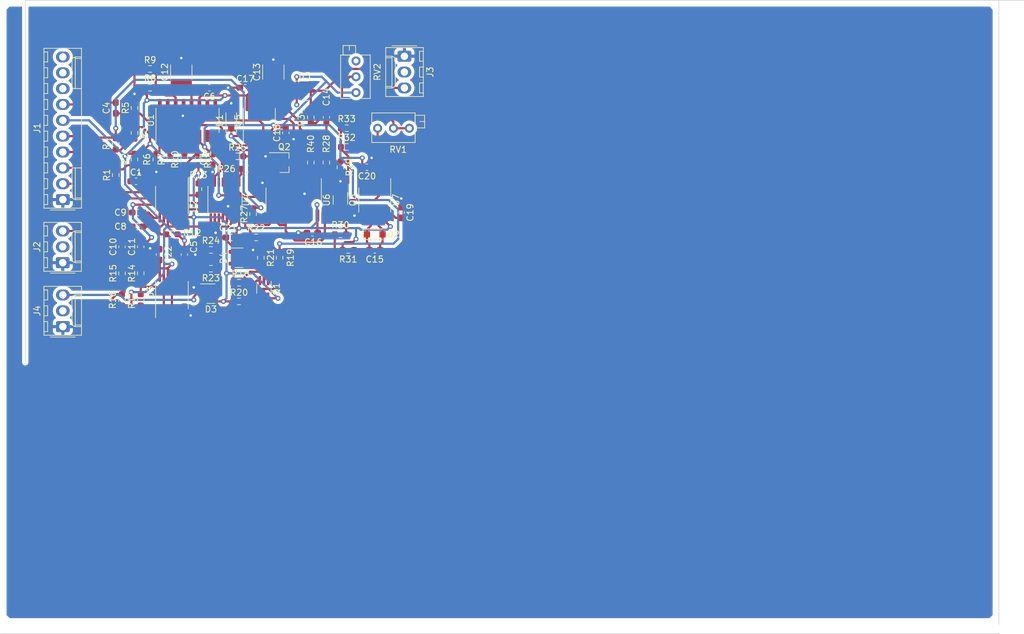
<source format=kicad_pcb>
(kicad_pcb (version 20211014) (generator pcbnew)
  (layers (0 "F.Cu" signal) (31 "B.Cu" signal) (34 "B.Paste" user) (35 "F.Paste" user) (36 "B.SilkS" user "B.Silkscreen") (37 "F.SilkS" user "F.Silkscreen") (38 "B.Mask" user) (39 "F.Mask" user) (44 "Edge.Cuts" user))
  (net 0 "")
  (net 1 "Net-(C1-Pad1)")
  (net 2 "GND")
  (net 3 "Net-(C4-Pad1)")
  (net 4 "Net-(C4-Pad2)")
  (net 5 "+12V")
  (net 6 "-12V")
  (net 7 "Net-(C8-Pad1)")
  (net 8 "Net-(C10-Pad2)")
  (net 9 "Net-(C9-Pad1)")
  (net 10 "Net-(C11-Pad2)")
  (net 11 "Net-(C10-Pad1)")
  (net 12 "Net-(C11-Pad1)")
  (net 13 "Net-(C12-Pad1)")
  (net 14 "Net-(C13-Pad1)")
  (net 15 "Net-(C14-Pad1)")
  (net 16 "Net-(C14-Pad2)")
  (net 17 "Net-(C15-Pad1)")
  (net 18 "Net-(C15-Pad2)")
  (net 19 "Net-(D1-Pad1)")
  (net 20 "Net-(D3-Pad3)")
  (net 21 "Net-(D4-Pad3)")
  (net 22 "Net-(D5-Pad3)")
  (net 23 "Net-(J1-Pad2)")
  (net 24 "Net-(J1-Pad4)")
  (net 31 "Net-(Q1-Pad1)")
  (net 32 "Net-(Q1-Pad2)")
  (net 33 "Net-(Q1-Pad3)")
  (net 34 "Net-(Q1-Pad4)")
  (net 35 "Net-(Q2-Pad2)")
  (net 36 "Net-(Q2-Pad3)")
  (net 37 "Net-(Q3-Pad1)")
  (net 38 "Net-(Q3-Pad4)")
  (net 39 "Net-(R6-Pad1)")
  (net 40 "Net-(R7-Pad2)")
  (net 41 "Net-(R8-Pad1)")
  (net 42 "Net-(R10-Pad1)")
  (net 43 "Net-(R10-Pad2)")
  (net 44 "Net-(R14-Pad1)")
  (net 45 "Net-(R15-Pad1)")
  (net 46 "Net-(R23-Pad1)")
  (net 47 "Net-(R25-Pad1)")
  (net 48 "Net-(R26-Pad1)")
  (net 49 "Net-(R27-Pad1)")
  (net 50 "Net-(R28-Pad2)")
  (net 51 "Net-(R32-Pad1)")
  (net 52 "Net-(R33-Pad1)")
  (net 53 "Net-(R40-Pad1)")
  (net 54 "Net-(RV1-Pad1)")
  (net 61 "Net-(U2-Pad10)")
  (net 62 "Net-(U2-Pad11)")
  (net 63 "Net-(U2-Pad12)")
  (net 64 "Net-(U3-Pad3)")
  (net 65 "Net-(U3-Pad4)")
  (net 67 "Net-(U4-Pad3)")
  (net 70 "Net-(U4-Pad7)")
  (footprint "Capacitor_SMD:C_0603_1608Metric_Pad1.08x0.95mm_HandSolder" (layer "F.Cu") (at 71.75 79)
    (fp_text reference "C1")
    (fp_text value "10nF")
  )
  (footprint "Resistor_SMD:R_0603_1608Metric_Pad0.98x0.95mm_HandSolder" (layer "F.Cu") (at 72.5 93.75 90)
    (fp_text reference "R14")
    (fp_text value "10k")
  )
  (footprint "Connector_Molex:Molex_KK-254_AE-6410-10A_1x10_P2.54mm_Vertical" (layer "F.Cu") (at 60.02 81.93 90)
    (fp_text reference "J1")
    (fp_text value "Etherwave Brd")
  )
  (footprint "Resistor_SMD:R_0603_1608Metric_Pad0.98x0.95mm_HandSolder" (layer "F.Cu") (at 71.5 67.25 90)
    (fp_text reference "R5")
    (fp_text value "47k")
  )
  (footprint "Capacitor_SMD:C_1812_4532Metric_Pad1.57x3.40mm_HandSolder" (layer "F.Cu") (at 93.75 61.5 90)
    (fp_text reference "C13")
    (fp_text value "100nF")
  )
  (footprint "Capacitor_SMD:C_0603_1608Metric_Pad1.08x0.95mm_HandSolder" (layer "F.Cu") (at 102.25 68.75 90)
    (fp_text reference "C14")
    (fp_text value "330pF")
  )
  (footprint "Resistor_SMD:R_0603_1608Metric_Pad0.98x0.95mm_HandSolder" (layer "F.Cu") (at 99.75 76 90)
    (fp_text reference "R40")
    (fp_text value "330R")
  )
  (footprint "Resistor_SMD:R_0603_1608Metric_Pad0.98x0.95mm_HandSolder" (layer "F.Cu") (at 71.5 71.25 90)
    (fp_text reference "R3")
    (fp_text value "1k")
  )
  (footprint "Capacitor_SMD:C_0603_1608Metric_Pad1.08x0.95mm_HandSolder" (layer "F.Cu") (at 95.75 71.25 90)
    (fp_text reference "C18")
    (fp_text value "100nF")
  )
  (footprint "Connector_Molex:Molex_KK-254_AE-6410-03A_1x03_P2.54mm_Vertical" (layer "F.Cu") (at 60.02 102.29 90)
    (fp_text reference "J4")
    (fp_text value "Gate")
  )
  (footprint "Package_SO:SOIC-14_3.9x8.7mm_P1.27mm" (layer "F.Cu") (at 97 82 -90)
    (fp_text reference "U6")
    (fp_text value "CD4016")
  )
  (footprint "Resistor_SMD:R_0603_1608Metric_Pad0.98x0.95mm_HandSolder" (layer "F.Cu") (at 79.5 75.5 -90)
    (fp_text reference "R10")
    (fp_text value "22k")
  )
  (footprint "Capacitor_SMD:C_0603_1608Metric_Pad1.08x0.95mm_HandSolder" (layer "F.Cu") (at 108.75 76.75 180)
    (fp_text reference "C20")
    (fp_text value "100nF")
  )
  (footprint "Resistor_SMD:R_0603_1608Metric_Pad0.98x0.95mm_HandSolder" (layer "F.Cu") (at 77.25 75.5 90)
    (fp_text reference "R7")
    (fp_text value "47k")
  )
  (footprint "Capacitor_SMD:C_0603_1608Metric_Pad1.08x0.95mm_HandSolder" (layer "F.Cu") (at 83.5 64 180)
    (fp_text reference "C6")
    (fp_text value "100nF")
  )
  (footprint "Capacitor_SMD:C_0603_1608Metric_Pad1.08x0.95mm_HandSolder" (layer "F.Cu") (at 110 90)
    (fp_text reference "C15")
    (fp_text value "100pF    50V")
  )
  (footprint "Resistor_SMD:R_0603_1608Metric_Pad0.98x0.95mm_HandSolder" (layer "F.Cu") (at 90.5 84.25 90)
    (fp_text reference "R27")
    (fp_text value "330R")
  )
  (footprint "Resistor_SMD:R_0603_1608Metric_Pad0.98x0.95mm_HandSolder" (layer "F.Cu") (at 105.75 90)
    (fp_text reference "R31")
    (fp_text value "1M24")
  )
  (footprint "Capacitor_SMD:C_0603_1608Metric_Pad1.08x0.95mm_HandSolder" (layer "F.Cu") (at 72.5 89.5 90)
    (fp_text reference "C11")
    (fp_text value "10nF")
  )
  (footprint "Capacitor_SMD:C_0603_1608Metric_Pad1.08x0.95mm_HandSolder" (layer "F.Cu") (at 75.5 90.75 -90)
    (fp_text reference "C22")
    (fp_text value "100nF")
  )
  (footprint "Resistor_SMD:R_0603_1608Metric_Pad0.98x0.95mm_HandSolder" (layer "F.Cu") (at 83.75 90 180)
    (fp_text reference "R24")
    (fp_text value "10k")
  )
  (footprint "Resistor_SMD:R_0603_1608Metric_Pad0.98x0.95mm_HandSolder" (layer "F.Cu") (at 88.25 98.25)
    (fp_text reference "R20")
    (fp_text value "1M")
  )
  (footprint "Package_TO_SOT_SMD:SOT-23_Handsoldering" (layer "F.Cu") (at 95.5 76)
    (fp_text reference "Q2")
    (fp_text value "PMBT3906")
  )
  (footprint "Capacitor_SMD:C_0603_1608Metric_Pad1.08x0.95mm_HandSolder" (layer "F.Cu") (at 114.25 84 -90)
    (fp_text reference "C19")
    (fp_text value "100nF")
  )
  (footprint "Capacitor_SMD:C_0603_1608Metric_Pad1.08x0.95mm_HandSolder" (layer "F.Cu") (at 84 75.5 90)
    (fp_text reference "C7")
    (fp_text value "100nF")
  )
  (footprint "Resistor_SMD:R_0603_1608Metric_Pad0.98x0.95mm_HandSolder" (layer "F.Cu") (at 91 88 180)
    (fp_text reference "R22")
    (fp_text value "100k")
  )
  (footprint "Resistor_SMD:R_0603_1608Metric_Pad0.98x0.95mm_HandSolder" (layer "F.Cu") (at 99.75 68.75 -90)
    (fp_text reference "R34")
    (fp_text value "330R")
  )
  (footprint "Resistor_SMD:R_0603_1608Metric_Pad0.98x0.95mm_HandSolder" (layer "F.Cu") (at 68.5 73 -90)
    (fp_text reference "R4")
    (fp_text value "10k")
  )
  (footprint "Resistor_SMD:R_0603_1608Metric_Pad0.98x0.95mm_HandSolder" (layer "F.Cu") (at 83.75 93)
    (fp_text reference "R23")
    (fp_text value "2k2")
  )
  (footprint "Resistor_SMD:R_0603_1608Metric_Pad0.98x0.95mm_HandSolder" (layer "F.Cu") (at 81.75 75.5 90)
    (fp_text reference "R11")
    (fp_text value "22k")
  )
  (footprint "Package_SO:SOIC-8_3.9x4.9mm_P1.27mm" (layer "F.Cu") (at 110 82 -90)
    (fp_text reference "U7")
    (fp_text value "TL072")
  )
  (footprint "Resistor_SMD:R_0603_1608Metric_Pad0.98x0.95mm_HandSolder" (layer "F.Cu") (at 102.25 76 90)
    (fp_text reference "R28")
    (fp_text value "220k")
  )
  (footprint "Package_TO_SOT_SMD:SOT-23" (layer "F.Cu") (at 88.25 91.25)
    (fp_text reference "D4")
    (fp_text value "BAT54S")
  )
  (footprint "Package_TO_SOT_SMD:SOT-363_SC-70-6_Handsoldering" (layer "F.Cu") (at 104.5 82 -90)
    (fp_text reference "Q3")
    (fp_text value "PMP4501Y")
  )
  (footprint "Resistor_SMD:R_0603_1608Metric_Pad0.98x0.95mm_HandSolder" (layer "F.Cu") (at 77.5 87.5 180)
    (fp_text reference "R12")
    (fp_text value "10k")
  )
  (footprint "Resistor_SMD:R_0603_1608Metric_Pad0.98x0.95mm_HandSolder" (layer "F.Cu") (at 88.25 95.25)
    (fp_text reference "R18")
    (fp_text value "10M")
  )
  (footprint "Package_TO_SOT_SMD:SOT-23" (layer "F.Cu") (at 98.75 64.5)
    (fp_text reference "D5")
    (fp_text value "BAT54S")
  )
  (footprint "Resistor_SMD:R_0603_1608Metric_Pad0.98x0.95mm_HandSolder" (layer "F.Cu") (at 69.5 98 90)
    (fp_text reference "R16")
    (fp_text value "10M")
  )
  (footprint "Resistor_SMD:R_0603_1608Metric_Pad0.98x0.95mm_HandSolder" (layer "F.Cu") (at 75 75.5 -90)
    (fp_text reference "R6")
    (fp_text value "22k")
  )
  (footprint "Resistor_SMD:R_0603_1608Metric_Pad0.98x0.95mm_HandSolder" (layer "F.Cu") (at 91.75 91.25 90)
    (fp_text reference "R19")
    (fp_text value "470k")
  )
  (footprint "Package_TO_SOT_SMD:SOT-23" (layer "F.Cu") (at 83.75 97)
    (fp_text reference "D3")
    (fp_text value "BAT54S")
  )
  (footprint "Resistor_SMD:R_0603_1608Metric_Pad0.98x0.95mm_HandSolder" (layer "F.Cu") (at 104.5 87.5 180)
    (fp_text reference "R30")
    (fp_text value "47k")
  )
  (footprint "Potentiometer_THT:Potentiometer_Bourns_3266Z_Horizontal" (layer "F.Cu") (at 107 64.79 -90)
    (fp_text reference "RV2")
    (fp_text value "50k")
  )
  (footprint "Capacitor_SMD:C_0603_1608Metric_Pad1.08x0.95mm_HandSolder" (layer "F.Cu") (at 87 88)
    (fp_text reference "C21")
    (fp_text value "100nF")
  )
  (footprint "Capacitor_SMD:C_0603_1608Metric_Pad1.08x0.95mm_HandSolder" (layer "F.Cu") (at 69.5 89.5 90)
    (fp_text reference "C10")
    (fp_text value "10nF")
  )
  (footprint "Resistor_SMD:R_0603_1608Metric_Pad0.98x0.95mm_HandSolder" (layer "F.Cu") (at 69.5 93.75 90)
    (fp_text reference "R15")
    (fp_text value "10k")
  )
  (footprint "Resistor_SMD:R_0603_1608Metric_Pad0.98x0.95mm_HandSolder" (layer "F.Cu") (at 71.5 75.5 90)
    (fp_text reference "R2")
    (fp_text value "1M")
  )
  (footprint "Resistor_SMD:R_0603_1608Metric_Pad0.98x0.95mm_HandSolder" (layer "F.Cu") (at 94.75 91.25 90)
    (fp_text reference "R21")
    (fp_text value "1M")
  )
  (footprint "Diode_SMD:D_SOD-323_HandSoldering" (layer "F.Cu") (at 110 87.5)
    (fp_text reference "D2")
    (fp_text value "1N4148")
  )
  (footprint "Package_SO:TSSOP-16_4.4x5mm_P0.65mm" (layer "F.Cu") (at 86 82 -90)
    (fp_text reference "U4")
    (fp_text value "CD4022")
  )
  (footprint "Package_TO_SOT_SMD:SOT-363_SC-70-6_Handsoldering" (layer "F.Cu") (at 92.25 96.25 -90)
    (fp_text reference "Q1")
    (fp_text value "PMP4501Y")
  )
  (footprint "Package_SO:TSSOP-14_4.4x5mm_P0.65mm" (layer "F.Cu") (at 77.5 97.25 90)
    (fp_text reference "U3")
    (fp_text value "CD4093")
  )
  (footprint "Potentiometer_THT:Potentiometer_Bourns_3266Z_Horizontal" (layer "F.Cu") (at 110.46 70.5 180)
    (fp_text reference "RV1")
    (fp_text value "50k")
  )
  (footprint "Resistor_SMD:R_0603_1608Metric_Pad0.98x0.95mm_HandSolder" (layer "F.Cu") (at 72.5 98 90)
    (fp_text reference "R17")
    (fp_text value "10M")
  )
  (footprint "Capacitor_SMD:C_0603_1608Metric_Pad1.08x0.95mm_HandSolder" (layer "F.Cu") (at 72 84 180)
    (fp_text reference "C9")
    (fp_text value "1nF")
  )
  (footprint "Capacitor_SMD:C_1812_4532Metric_Pad1.57x3.40mm_HandSolder" (layer "F.Cu") (at 79 61.5 90)
    (fp_text reference "C12")
    (fp_text value "100nF")
  )
  (footprint "Resistor_SMD:R_0603_1608Metric_Pad0.98x0.95mm_HandSolder" (layer "F.Cu") (at 74 64 180)
    (fp_text reference "R8")
    (fp_text value "22k")
  )
  (footprint "Package_SO:SOIC-8_3.9x4.9mm_P1.27mm" (layer "F.Cu") (at 91.5 69.25 90)
    (fp_text reference "U5")
    (fp_text value "TL072")
  )
  (footprint "Resistor_SMD:R_0603_1608Metric_Pad0.98x0.95mm_HandSolder" (layer "F.Cu") (at 74 61)
    (fp_text reference "R9")
    (fp_text value "22k")
  )
  (footprint "Resistor_SMD:R_0603_1608Metric_Pad0.98x0.95mm_HandSolder" (layer "F.Cu") (at 68.5 78 90)
    (fp_text reference "R1")
    (fp_text value "1M1")
  )
  (footprint "Resistor_SMD:R_0603_1608Metric_Pad0.98x0.95mm_HandSolder" (layer "F.Cu") (at 81.75 80.25 -90)
    (fp_text reference "R13")
    (fp_text value "10k")
  )
  (footprint "Resistor_SMD:R_0603_1608Metric_Pad0.98x0.95mm_HandSolder" (layer "F.Cu") (at 105.5 70.5 180)
    (fp_text reference "R33")
    (fp_text value "470k")
  )
  (footprint "Resistor_SMD:R_0603_1608Metric_Pad0.98x0.95mm_HandSolder" (layer "F.Cu") (at 89.5 77)
    (fp_text reference "R26")
    (fp_text value "680k")
  )
  (footprint "Diode_SMD:D_SOD-323_HandSoldering" (layer "F.Cu") (at 87 69.25 90)
    (fp_text reference "D1")
    (fp_text value "1N4148")
  )
  (footprint "Capacitor_SMD:C_0603_1608Metric_Pad1.08x0.95mm_HandSolder" (layer "F.Cu") (at 100 87.25)
    (fp_text reference "C16")
    (fp_text value "100nF")
  )
  (footprint "Capacitor_SMD:C_0603_1608Metric_Pad1.08x0.95mm_HandSolder" (layer "F.Cu") (at 72 86.25 180)
    (fp_text reference "C8")
    (fp_text value "1nF")
  )
  (footprint "Connector_Molex:Molex_KK-254_AE-6410-03A_1x03_P2.54mm_Vertical" (layer "F.Cu") (at 114.75 58.96 -90)
    (fp_text reference "J3")
    (fp_text value "Pitch CV")
  )
  (footprint "Resistor_SMD:R_0603_1608Metric_Pad0.98x0.95mm_HandSolder" (layer "F.Cu") (at 104.5 76.75 -90)
    (fp_text reference "R29")
    (fp_text value "1k PTC")
  )
  (footprint "Resistor_SMD:R_0603_1608Metric_Pad0.98x0.95mm_HandSolder" (layer "F.Cu") (at 88 75)
    (fp_text reference "R25")
    (fp_text value "680k")
  )
  (footprint "Capacitor_SMD:C_0603_1608Metric_Pad1.08x0.95mm_HandSolder" (layer "F.Cu") (at 89.25 64)
    (fp_text reference "C17")
    (fp_text value "100nF")
  )
  (footprint "Capacitor_SMD:C_0603_1608Metric_Pad1.08x0.95mm_HandSolder" (layer "F.Cu") (at 68.5 67.25 -90)
    (fp_text reference "C4")
    (fp_text value "220nF")
  )
  (footprint "Package_SO:TSSOP-14_4.4x5mm_P0.65mm" (layer "F.Cu") (at 77.5 82 -90)
    (fp_text reference "U2")
    (fp_text value "CD4093")
  )
  (footprint "Connector_Molex:Molex_KK-254_AE-6410-03A_1x03_P2.54mm_Vertical" (layer "F.Cu") (at 60 92.04 90)
    (fp_text reference "J2")
    (fp_text value "Volume CV")
  )
  (footprint "Package_SO:SOIC-16_3.9x9.9mm_P1.27mm" (layer "F.Cu") (at 80 69.25 90)
    (fp_text reference "U1")
    (fp_text value "LM13700")
  )
  (footprint "Resistor_SMD:R_0603_1608Metric_Pad0.98x0.95mm_HandSolder" (layer "F.Cu") (at 105.5 73.5 180)
    (fp_text reference "R32")
    (fp_text value "47k")
  )
  (footprint "Capacitor_SMD:C_0603_1608Metric_Pad1.08x0.95mm_HandSolder" (layer "F.Cu") (at 79.5 90.75 90)
    (fp_text reference "C5")
    (fp_text value "100nF")
  )
  (gr_line (start 210 151.5) (end 50 151.5) (layer "Edge.Cuts") (width 0.1))
  (gr_line (start 210 50) (end 210 150) (layer "Edge.Cuts") (width 0.1))
  (gr_line (start 54 50) (end 214 50) (layer "Edge.Cuts") (width 0.1))
  (gr_line (start 54 108) (end 54 50) (layer "Edge.Cuts") (width 0.1))
  (segment (start 70.3375 76.4125) (end 71.5 76.4125) (width 0.35) (layer "F.Cu") (net 1))
  (segment (start 61.85 76.85) (end 60.02 76.85) (width 0.35) (layer "F.Cu") (net 1))
  (segment (start 68.5 77.0875) (end 68.5 77) (width 0.25) (layer "F.Cu") (net 1))
  (segment (start 68.5 77.0875) (end 68.3375 77.0875) (width 0.25) (layer "F.Cu") (net 1))
  (segment (start 70.8875 77.6125) (end 70.8875 79) (width 0.35) (layer "F.Cu") (net 1))
  (segment (start 68.3375 77.0875) (end 68.25 77) (width 0.25) (layer "F.Cu") (net 1))
  (segment (start 71.5 77) (end 71.5 76.4125) (width 0.35) (layer "F.Cu") (net 1))
  (segment (start 68.25 77) (end 62 77) (width 0.35) (layer "F.Cu") (net 1))
  (segment (start 62 77) (end 61.85 76.85) (width 0.35) (layer "F.Cu") (net 1))
  (segment (start 71.5 77) (end 70.8875 77.6125) (width 0.35) (layer "F.Cu") (net 1))
  (segment (start 68.5 77.0875) (end 69.6625 77.0875) (width 0.35) (layer "F.Cu") (net 1))
  (segment (start 69.6625 77.0875) (end 70.3375 76.4125) (width 0.35) (layer "F.Cu") (net 1))
  (segment (start 72.6125 78.1125) (end 72.25 77.75) (width 0.35) (layer "F.Cu") (net 2))
  (segment (start 99.54 80.71) (end 99.54 79.525) (width 0.35) (layer "F.Cu") (net 2))
  (segment (start 80.1125 100.1125) (end 79.45 100.1125) (width 0.35) (layer "F.Cu") (net 2))
  (segment (start 91.75 90.3375) (end 90.8375 90.3375) (width 0.35) (layer "F.Cu") (net 2))
  (segment (start 79.25 66.89) (end 79.365 66.775) (width 0.35) (layer "F.Cu") (net 2))
  (segment (start 81 96) (end 82.7625 96) (width 0.35) (layer "F.Cu") (net 2))
  (segment (start 90.8375 90.3375) (end 90.5 90) (width 0.35) (layer "F.Cu") (net 2))
  (segment (start 97 72.25) (end 95.8875 72.25) (width 0.35) (layer "F.Cu") (net 2))
  (segment (start 104.5 77.6625) (end 104.5 79) (width 0.35) (layer "F.Cu") (net 2))
  (segment (start 79.3625 91.75) (end 79.5 91.6125) (width 0.35) (layer "F.Cu") (net 2))
  (segment (start 92.5 75) (end 93.95 75) (width 0.35) (layer "F.Cu") (net 2))
  (segment (start 75.55 79.1375) (end 75.55 78.05) (width 0.35) (layer "F.Cu") (net 2))
  (segment (start 104.5 80.67) (end 104.5 79) (width 0.35) (layer "F.Cu") (net 2))
  (segment (start 75.3625 89.75) (end 75.5 89.8875) (width 0.35) (layer "F.Cu") (net 2))
  (segment (start 109.5 76.6375) (end 109.6125 76.75) (width 0.35) (layer "F.Cu") (net 2))
  (segment (start 75 77.5) (end 75 76.4125) (width 0.35) (layer "F.Cu") (net 2))
  (segment (start 97.75 87.25) (end 99.1375 87.25) (width 0.35) (layer "F.Cu") (net 2))
  (segment (start 71.5 61.75) (end 72.25 61) (width 0.35) (layer "F.Cu") (net 2))
  (segment (start 84 77.5) (end 84 76.3625) (width 0.35) (layer "F.Cu") (net 2))
  (segment (start 88.3875 64) (end 86 64) (width 0.35) (layer "F.Cu") (net 2))
  (segment (start 72.6125 79) (end 72.6125 78.1125) (width 0.35) (layer "F.Cu") (net 2))
  (segment (start 98.5 81) (end 99.25 81) (width 0.35) (layer "F.Cu") (net 2))
  (segment (start 82.7625 96) (end 82.8125 96.05) (width 0.35) (layer "F.Cu") (net 2))
  (segment (start 108.095 84.475) (end 106.775 84.475) (width 0.35) (layer "F.Cu") (net 2))
  (segment (start 75.55 78.05) (end 75 77.5) (width 0.35) (layer "F.Cu") (net 2))
  (segment (start 76.0875 76.4125) (end 77.25 76.4125) (width 0.35) (layer "F.Cu") (net 2))
  (segment (start 86.1375 88) (end 86.1375 88.3875) (width 0.35) (layer "F.Cu") (net 2))
  (segment (start 86.1375 88.3875) (end 87.3125 89.5625) (width 0.35) (layer "F.Cu") (net 2))
  (segment (start 98.27 80.77) (end 98.5 81) (width 0.35) (layer "F.Cu") (net 2))
  (segment (start 109.365 79.525) (end 109.365 76.9975) (width 0.35) (layer "F.Cu") (net 2))
  (segment (start 98.27 79.525) (end 98.27 80.77) (width 0.35) (layer "F.Cu") (net 2))
  (segment (start 75 76.4125) (end 76.0875 76.4125) (width 0.35) (layer "F.Cu") (net 2))
  (segment (start 99.25 81) (end 99.54 80.71) (width 0.35) (layer "F.Cu") (net 2))
  (segment (start 82.8375 90) (end 82 90) (width 0.35) (layer "F.Cu") (net 2))
  (segment (start 114.25 81.75) (end 114.25 83.1375) (width 0.35) (layer "F.Cu") (net 2))
  (segment (start 109.5 75.25) (end 109.5 76.6375) (width 0.35) (layer "F.Cu") (net 2))
  (segment (start 71.5 66.25) (end 71.5 61.75) (width 0.35) (layer "F.Cu") (net 2))
  (segment (start 87.3125 89.5625) (end 87.3125 90.3) (width 0.35) (layer "F.Cu") (net 2))
  (segment (start 106.775 84.475) (end 106.75 84.5) (width 0.35) (layer "F.Cu") (net 2))
  (segment (start 86 64) (end 84.3625 64) (width 0.35) (layer "F.Cu") (net 2))
  (segment (start 80.3875 91.6125) (end 79.5 91.6125) (width 0.35) (layer "F.Cu") (net 2))
  (segment (start 98.25 79.505) (end 98.27 79.525) (width 0.35) (layer "F.Cu") (net 2))
  (segment (start 79.25 68.5) (end 79.25 66.89) (width 0.35) (layer "F.Cu") (net 2))
  (segment (start 83.75 79.1125) (end 83.725 79.1375) (width 0.35) (layer "F.Cu") (net 2))
  (segment (start 79.3875 91.5) (end 79.5 91.6125) (width 0.35) (layer "F.Cu") (net 2))
  (segment (start 74.9125 76.5) (end 75 76.4125) (width 0.35) (layer "F.Cu") (net 2))
  (segment (start 109.365 76.9975) (end 109.6125 76.75) (width 0.35) (layer "F.Cu") (net 2))
  (segment (start 93.95 75) (end 94 75.05) (width 0.35) (layer "F.Cu") (net 2))
  (segment (start 86.325 83.675) (end 86.5 83.5) (width 0.35) (layer "F.Cu") (net 2))
  (segment (start 87 68) (end 87 66.5) (width 0.35) (layer "F.Cu") (net 2))
  (segment (start 108.07 84.5) (end 108.095 84.475) (width 0.35) (layer "F.Cu") (net 2))
  (segment (start 85.25 88) (end 84.5 87.25) (width 0.35) (layer "F.Cu") (net 2))
  (segment (start 83.725 77.775) (end 84 77.5) (width 0.35) (layer "F.Cu") (net 2))
  (segment (start 86.325 84.8625) (end 86.325 83.675) (width 0.35) (layer "F.Cu") (net 2))
  (segment (start 86.1375 88) (end 85.25 88) (width 0.35) (layer "F.Cu") (net 2))
  (segment (start 80.5 100.5) (end 80.1125 100.1125) (width 0.35) (layer "F.Cu") (net 2))
  (segment (start 86.5 83) (end 86.5 83.5) (width 0.35) (layer "F.Cu") (net 2))
  (segment (start 79.6375 91.75) (end 79.5 91.6125) (width 0.35) (layer "F.Cu") (net 2))
  (segment (start 92 79.25) (end 92.915 79.25) (width 0.35) (layer "F.Cu") (net 2))
  (segment (start 92.915 79.25) (end 93.19 79.525) (width 0.35) (layer "F.Cu") (net 2))
  (segment (start 74 89.75) (end 75.3625 89.75) (width 0.35) (layer "F.Cu") (net 2))
  (segment (start 95.8875 72.25) (end 95.75 72.1125) (width 0.35) (layer "F.Cu") (net 2))
  (segment (start 82 90) (end 80.3875 91.6125) (width 0.35) (layer "F.Cu") (net 2))
  (segment (start 83.725 79.1375) (end 83.725 77.775) (width 0.35) (layer "F.Cu") (net 2))
  (segment (start 72.25 61) (end 73.0875 61) (width 0.35) (layer "F.Cu") (net 2))
  (via (at 93.75 59.5) (size 0.8) (drill 0.4) (layers "F.Cu" "B.Cu") (net 2))
  (via (at 84.5 87.25) (size 0.8) (drill 0.4) (layers "F.Cu" "B.Cu") (net 2))
  (via (at 86.5 83) (size 0.8) (drill 0.4) (layers "F.Cu" "B.Cu") (net 2))
  (via (at 81 96) (size 0.8) (drill 0.4) (layers "F.Cu" "B.Cu") (net 2))
  (via (at 71.5 65) (size 0.8) (drill 0.4) (layers "F.Cu" "B.Cu") (net 2))
  (via (at 92 79.25) (size 0.8) (drill 0.4) (layers "F.Cu" "B.Cu") (net 2))
  (via (at 79.25 68.5) (size 0.8) (drill 0.4) (layers "F.Cu" "B.Cu") (net 2))
  (via (at 109.5 75.25) (size 0.8) (drill 0.4) (layers "F.Cu" "B.Cu") (net 2))
  (via (at 87 66.5) (size 0.8) (drill 0.4) (layers "F.Cu" "B.Cu") (net 2))
  (via (at 79 59.25) (size 0.8) (drill 0.4) (layers "F.Cu" "B.Cu") (net 2))
  (via (at 81.25 90.75) (size 0.8) (drill 0.4) (layers "F.Cu" "B.Cu") (net 2))
  (via (at 114.25 81.75) (size 0.8) (drill 0.4) (layers "F.Cu" "B.Cu") (net 2))
  (via (at 84 77.5) (size 0.8) (drill 0.4) (layers "F.Cu" "B.Cu") (net 2))
  (via (at 86.5 64) (size 0.8) (drill 0.4) (layers "F.Cu" "B.Cu") (net 2))
  (via (at 98.75 81) (size 0.8) (drill 0.4) (layers "F.Cu" "B.Cu") (net 2))
  (via (at 104.5 79) (size 0.8) (drill 0.4) (layers "F.Cu" "B.Cu") (net 2))
  (via (at 80.5 100.5) (size 0.8) (drill 0.4) (layers "F.Cu" "B.Cu") (net 2))
  (via (at 106.75 84.5) (size 0.8) (drill 0.4) (layers "F.Cu" "B.Cu") (net 2))
  (via (at 90.5 90) (size 0.8) (drill 0.4) (layers "F.Cu" "B.Cu") (net 2))
  (via (at 97.75 87.25) (size 0.8) (drill 0.4) (layers "F.Cu" "B.Cu") (net 2))
  (via (at 97 72.25) (size 0.8) (drill 0.4) (layers "F.Cu" "B.Cu") (net 2))
  (via (at 75 77.5) (size 0.8) (drill 0.4) (layers "F.Cu" "B.Cu") (net 2))
  (via (at 74 89.75) (size 0.8) (drill 0.4) (layers "F.Cu" "B.Cu") (net 2))
  (via (at 92.5 75) (size 0.8) (drill 0.4) (layers "F.Cu" "B.Cu") (net 2))
  (via (at 72.25 77.75) (size 0.8) (drill 0.4) (layers "F.Cu" "B.Cu") (net 2))
  (segment (start 62.2425 66.3875) (end 61.94 66.69) (width 0.35) (layer "F.Cu") (net 3))
  (segment (start 61.94 66.69) (end 60.02 66.69) (width 0.35) (layer "F.Cu") (net 3))
  (segment (start 68.5 66.3875) (end 62.2425 66.3875) (width 0.35) (layer "F.Cu") (net 3))
  (segment (start 74.25 70) (end 72.4125 68.1625) (width 0.35) (layer "F.Cu") (net 4))
  (segment (start 78.095 71.725) (end 78.095 70.595) (width 0.35) (layer "F.Cu") (net 4))
  (segment (start 72.4125 68.1625) (end 71.5 68.1625) (width 0.35) (layer "F.Cu") (net 4))
  (segment (start 68.5 68.1125) (end 71.45 68.1125) (width 0.35) (layer "F.Cu") (net 4))
  (segment (start 71.45 68.1125) (end 71.5 68.1625) (width 0.35) (layer "F.Cu") (net 4))
  (segment (start 78.095 70.595) (end 77.5 70) (width 0.35) (layer "F.Cu") (net 4))
  (segment (start 77.5 70) (end 74.25 70) (width 0.35) (layer "F.Cu") (net 4))
  (segment (start 71 96.75) (end 71 98.825) (width 0.35) (layer "F.Cu") (net 5))
  (segment (start 70.4125 74.5875) (end 70 75) (width 0.35) (layer "F.Cu") (net 5))
  (segment (start 75.55 91.6625) (end 75.5 91.6125) (width 0.35) (layer "F.Cu") (net 5))
  (segment (start 79.3625 89.75) (end 79.5 89.8875) (width 0.35) (layer "F.Cu") (net 5))
  (segment (start 76.85 94.3875) (end 76.85 93.1) (width 0.35) (layer "F.Cu") (net 5))
  (segment (start 79.3875 90) (end 79.5 89.8875) (width 0.35) (layer "F.Cu") (net 5))
  (segment (start 87.8625 88) (end 87.8625 86.8875) (width 0.35) (layer "F.Cu") (net 5))
  (segment (start 97.5 66.75) (end 97.5 65.7625) (width 0.35) (layer "F.Cu") (net 5))
  (segment (start 73.0875 64.8375) (end 73.0875 64) (width 0.35) (layer "F.Cu") (net 5))
  (segment (start 90.1125 64.6375) (end 90.1125 64) (width 0.35) (layer "F.Cu") (net 5))
  (segment (start 89.5 65.25) (end 90.1125 64.6375) (width 0.35) (layer "F.Cu") (net 5))
  (segment (start 73.5 66) (end 73.5 65.25) (width 0.35) (layer "F.Cu") (net 5))
  (segment (start 76.2 94.3875) (end 76.2 93.05) (width 0.35) (layer "F.Cu") (net 5))
  (segment (start 87.3375 98.25) (end 84.25 98.25) (width 0.35) (layer "F.Cu") (net 5))
  (segment (start 89.6375 66.7325) (end 89.595 66.775) (width 0.35) (layer "F.Cu") (net 5))
  (segment (start 71 98.825) (end 71.0875 98.9125) (width 0.35) (layer "F.Cu") (net 5))
  (segment (start 73.5 65.25) (end 73.0875 64.8375) (width 0.35) (layer "F.Cu") (net 5))
  (segment (start 106.5 88.75) (end 105.25 88.75) (width 0.35) (layer "F.Cu") (net 5))
  (segment (start 89.5 66.68) (end 89.5 65.25) (width 0.35) (layer "F.Cu") (net 5))
  (segment (start 112.5 86.25) (end 111.905 85.655) (width 0.35) (layer "F.Cu") (net 5))
  (segment (start 72.6625 98.75) (end 72.5 98.9125) (width 0.35) (layer "F.Cu") (net 5))
  (segment (start 82.6375 65.1375) (end 82.75 65.25) (width 0.35) (layer "F.Cu") (net 5))
  (segment (start 104.8375 89.1625) (end 104.8375 90) (width 0.35) (layer "F.Cu") (net 5))
  (segment (start 81.75 79.3375) (end 81.75 77.75) (width 0.35) (layer "F.Cu") (net 5))
  (segment (start 88.275 86.475) (end 88.275 84.8625) (width 0.35) (layer "F.Cu") (net 5))
  (segment (start 71.5875 74.5) (end 71.5 74.5875) (width 0.35) (layer "F.Cu") (net 5))
  (segment (start 82.6375 64) (end 82.6375 65.1375) (width 0.35) (layer "F.Cu") (net 5))
  (segment (start 71.5 74.5875) (end 71.3375 74.5875) (width 0.35) (layer "F.Cu") (net 5))
  (segment (start 75.55 92.95) (end 75.55 91.6625) (width 0.35) (layer "F.Cu") (net 5))
  (segment (start 76.7 92.95) (end 76.3 92.95) (width 0.35) (layer "F.Cu") (net 5))
  (segment (start 83.95 97.95) (end 82.8125 97.95) (width 0.35) (layer "F.Cu") (net 5))
  (segment (start 82.25 65.25) (end 82.75 65.25) (width 0.35) (layer "F.Cu") (net 5))
  (segment (start 73 64.0875) (end 73.0875 64) (width 0.35) (layer "F.Cu") (net 5))
  (segment (start 79.5625 84.75) (end 79.45 84.8625) (width 0.35) (layer "F.Cu") (net 5))
  (segment (start 79.4125 88.5) (end 78.4125 87.5) (width 0.35) (layer "F.Cu") (net 5))
  (segment (start 71.3375 74.5875) (end 71.25 74.5) (width 0.35) (layer "F.Cu") (net 5))
  (segment (start 87.3375 92.225) (end 87.3375 93.6625) (width 0.35) (layer "F.Cu") (net 5))
  (segment (start 113.3625 84.8625) (end 112.975 84.475) (width 0.35) (layer "F.Cu") (net 5))
  (segment (start 100.81 84.475) (end 100.81 87.1975) (width 0.35) (layer "F.Cu") (net 5))
  (segment (start 87.3125 92.2) (end 87.3375 92.225) (width 0.35) (layer "F.Cu") (net 5))
  (segment (start 71.5 74.5875) (end 70.4125 74.5875) (width 0.35) (layer "F.Cu") (net 5))
  (segment (start 81.75 76.4125) (end 81.75 77.75) (width 0.35) (layer "F.Cu") (net 5))
  (segment (start 100.75 84.535) (end 100.81 84.475) (width 0.35) (layer "F.Cu") (net 5))
  (segment (start 76.85 93.1) (end 76.7 92.95) (width 0.35) (layer "F.Cu") (net 5))
  (segment (start 77.5 92.25) (end 76.8 92.95) (width 0.35) (layer "F.Cu") (net 5))
  (segment (start 87.25 93.75) (end 87.3375 93.6625) (width 0.35) (layer "F.Cu") (net 5))
  (segment (start 111.905 85.655) (end 111.905 84.475) (width 0.35) (layer "F.Cu") (net 5))
  (segment (start 105.25 88.75) (end 104.8375 89.1625) (width 0.35) (layer "F.Cu") (net 5))
  (segment (start 76.3 92.95) (end 75.55 92.95) (width 0.35) (layer "F.Cu") (net 5))
  (segment (start 79.45 89.8375) (end 79.5 89.8875) (width 0.35) (layer "F.Cu") (net 5))
  (segment (start 76.2 93.05) (end 76.3 92.95) (width 0.35) (layer "F.Cu") (net 5))
  (segment (start 82.75 65.25) (end 89.5 65.25) (width 0.35) (layer "F.Cu") (net 5))
  (segment (start 76.8 92.95) (end 76.7 92.95) (width 0.35) (layer "F.Cu") (net 5))
  (segment (start 87.25 95.3375) (end 87.3375 95.25) (width 0.35) (layer "F.Cu") (net 5))
  (segment (start 100.81 87.1975) (end 100.8625 87.25) (width 0.35) (layer "F.Cu") (net 5))
  (segment (start 71.0875 98.9125) (end 72.5 98.9125) (width 0.35) (layer "F.Cu") (net 5))
  (segment (start 79.5 88.5) (end 79.4125 88.5) (width 0.35) (layer "F.Cu") (net 5))
  (segment (start 87.25 98.1625) (end 87.3375 98.25) (width 0.35) (layer "F.Cu") (net 5))
  (segment (start 82.75 98.0125) (end 82.8125 97.95) (width 0.35) (layer "F.Cu") (net 5))
  (segment (start 79.5 88.5) (end 79.5 89.8875) (width 0.35) (layer "F.Cu") (net 5))
  (segment (start 69.5 98.9125) (end 71.0875 98.9125) (width 0.35) (layer "F.Cu") (net 5))
  (segment (start 114.25 84.8625) (end 113.3625 84.8625) (width 0.35) (layer "F.Cu") (net 5))
  (segment (start 87.3375 93.6625) (end 87.3375 95.25) (width 0.35) (layer "F.Cu") (net 5))
  (segment (start 107 88.25) (end 106.5 88.75) (width 0.35) (layer "F.Cu") (net 5))
  (segment (start 81.905 65.595) (end 82.25 65.25) (width 0.35) (layer "F.Cu") (net 5))
  (segment (start 94.5 97.75) (end 93.07 97.75) (width 0.35) (layer "F.Cu") (net 5))
  (segment (start 81.905 66.775) (end 81.905 65.595) (width 0.35) (layer "F.Cu") (net 5))
  (segment (start 104.75 89.9125) (end 104.8375 90) (width 0.35) (layer "F.Cu") (net 5))
  (segment (start 112.975 84.475) (end 111.905 84.475) (width 0.35) (layer "F.Cu") (net 5))
  (segment (start 81 84.75) (end 79.5625 84.75) (width 0.35) (layer "F.Cu") (net 5))
  (segment (start 75.55 94.3875) (end 75.55 92.95) (width 0.35) (layer "F.Cu") (net 5))
  (segment (start 86.25 93.75) (end 87.25 93.75) (width 0.35) (layer "F.Cu") (net 5))
  (segment (start 89.595 66.775) (end 89.5 66.68) (width 0.35) (layer "F.Cu") (net 5))
  (segment (start 100.75 84.415) (end 100.81 84.475) (width 0.35) (layer "F.Cu") (net 5))
  (segment (start 97.5 65.7625) (end 97.8125 65.45) (width 0.35) (layer "F.Cu") (net 5))
  (segment (start 93.07 97.75) (end 92.9 97.58) (width 0.35) (layer "F.Cu") (net 5))
  (segment (start 84.25 98.25) (end 83.95 97.95) (width 0.35) (layer "F.Cu") (net 5))
  (segment (start 100.75 82.75) (end 100.75 84.415) (width 0.35) (layer "F.Cu") (net 5))
  (segment (start 87.8625 86.8875) (end 88.25 86.5) (width 0.35) (layer "F.Cu") (net 5))
  (via (at 85.75 98.25) (size 0.8) (drill 0.4) (layers "F.Cu" "B.Cu") (net 5))
  (via (at 107 88.25) (size 0.8) (drill 0.4) (layers "F.Cu" "B.Cu") (net 5))
  (via (at 100.75 82.75) (size 0.8) (drill 0.4) (layers "F.Cu" "B.Cu") (net 5))
  (via (at 77.5 92.25) (size 0.8) (drill 0.4) (layers "F.Cu" "B.Cu") (net 5))
  (via (at 79.5 88.5) (size 0.8) (drill 0.4) (layers "F.Cu" "B.Cu") (net 5))
  (via (at 70 75) (size 0.8) (drill 0.4) (layers "F.Cu" "B.Cu") (net 5))
  (via (at 71 96.75) (size 0.8) (drill 0.4) (layers "F.Cu" "B.Cu") (net 5))
  (via (at 73.5 66) (size 0.8) (drill 0.4) (layers "F.Cu" "B.Cu") (net 5))
  (via (at 86.25 93.75) (size 0.8) (drill 0.4) (layers "F.Cu" "B.Cu") (net 5))
  (via (at 88.25 86.5) (size 0.8) (drill 0.4) (layers "F.Cu" "B.Cu") (net 5))
  (via (at 81 84.75) (size 0.8) (drill 0.4) (layers "F.Cu" "B.Cu") (net 5))
  (via (at 86 65.25) (size 0.8) (drill 0.4) (layers "F.Cu" "B.Cu") (net 5))
  (via (at 81.75 77.75) (size 0.8) (drill 0.4) (layers "F.Cu" "B.Cu") (net 5))
  (via (at 94.5 97.75) (size 0.8) (drill 0.4) (layers "F.Cu" "B.Cu") (net 5))
  (via (at 112.5 86.25) (size 0.8) (drill 0.4) (layers "F.Cu" "B.Cu") (net 5))
  (via (at 97.5 66.75) (size 0.8) (drill 0.4) (layers "F.Cu" "B.Cu") (net 5))
  (segment (start 81 84.75) (end 81 78.5) (width 0.35) (layer "B.Cu") (net 5))
  (segment (start 71 96.75) (end 73.25 96.75) (width 0.35) (layer "B.Cu") (net 5))
  (segment (start 86.25 97.75) (end 85.75 98.25) (width 0.35) (layer "B.Cu") (net 5))
  (segment (start 81 78.5) (end 81.75 77.75) (width 0.35) (layer "B.Cu") (net 5))
  (segment (start 112 86.75) (end 112.5 86.25) (width 0.35) (layer "B.Cu") (net 5))
  (segment (start 77.5 92.25) (end 76.25 92.25) (width 0.35) (layer "B.Cu") (net 5))
  (segment (start 70 75) (end 73 72) (width 0.35) (layer "B.Cu") (net 5))
  (segment (start 76.25 86.75) (end 76.75 86.25) (width 0.35) (layer "B.Cu") (net 5))
  (segment (start 100.75 82.75) (end 100.75 85.5) (width 0.35) (layer "B.Cu") (net 5))
  (segment (start 76.25 92.25) (end 76.25 89.75) (width 0.35) (layer "B.Cu") (net 5))
  (segment (start 73 72) (end 73 66.5) (width 0.35) (layer "B.Cu") (net 5))
  (segment (start 79.5 88.5) (end 79.5 87.5) (width 0.35) (layer "B.Cu") (net 5))
  (segment (start 85.25 66) (end 86 65.25) (width 0.35) (layer "B.Cu") (net 5))
  (segment (start 76.75 86.25) (end 70 79.5) (width 0.35) (layer "B.Cu") (net 5))
  (segment (start 81 84.75) (end 81 86.75) (width 0.35) (layer "B.Cu") (net 5))
  (segment (start 79.5 87.5) (end 78 87.5) (width 0.35) (layer "B.Cu") (net 5))
  (segment (start 76.75 86.25) (end 78 87.5) (width 0.35) (layer "B.Cu") (net 5))
  (segment (start 70 75) (end 64.23 69.23) (width 0.35) (layer "B.Cu") (net 5))
  (segment (start 86.25 87.5) (end 86.25 86.75) (width 0.35) (layer "B.Cu") (net 5))
  (segment (start 73.5 66) (end 85.25 66) (width 0.35) (layer "B.Cu") (net 5))
  (segment (start 86.25 93.75) (end 86.25 87.5) (width 0.35) (layer "B.Cu") (net 5))
  (segment (start 107 86.5) (end 107.5 86.5) (width 0.35) (layer "B.Cu") (net 5))
  (segment (start 88.25 86.5) (end 86.5 86.5) (width 0.35) (layer "B.Cu") (net 5))
  (segment (start 76.25 89.75) (end 76.25 86.75) (width 0.35) (layer "B.Cu") (net 5))
  (segment (start 86.25 93.75) (end 90.5 93.75) (width 0.35) (layer "B.Cu") (net 5))
  (segment (start 86.5 86.5) (end 86.25 86.75) (width 0.35) (layer "B.Cu") (net 5))
  (segment (start 86.25 86.75) (end 86.25 85.75) (width 0.35) (layer "B.Cu") (net 5))
  (segment (start 96 86.5) (end 96.025 86.475) (width 0.35) (layer "B.Cu") (net 5))
  (segment (start 99.75 86.5) (end 107 86.5) (width 0.35) (layer "B.Cu") (net 5))
  (segment (start 107 88.25) (end 107 86.5) (width 0.35) (layer "B.Cu") (net 5))
  (segment (start 96.025 86.475) (end 99.725 86.475) (width 0.35) (layer "B.Cu") (net 5))
  (segment (start 70 79.5) (end 70 75) (width 0.35) (layer "B.Cu") (net 5))
  (segment (start 76.25 93.75) (end 76.25 92.25) (width 0.35) (layer "B.Cu") (net 5))
  (segment (start 107.5 86.5) (end 107.75 86.75) (width 0.35) (layer "B.Cu") (net 5))
  (segment (start 73 66.5) (end 73.5 66) (width 0.35) (layer "B.Cu") (net 5))
  (segment (start 86.25 93.75) (end 86.25 97.75) (width 0.35) (layer "B.Cu") (net 5))
  (segment (start 81 87.5) (end 79.5 87.5) (width 0.35) (layer "B.Cu") (net 5))
  (segment (start 85.25 84.75) (end 81 84.75) (width 0.35) (layer "B.Cu") (net 5))
  (segment (start 73.25 96.75) (end 76.25 93.75) (width 0.35) (layer "B.Cu") (net 5))
  (segment (start 90.5 93.75) (end 94.5 97.75) (width 0.35) (layer "B.Cu") (net 5))
  (segment (start 107.75 86.75) (end 112 86.75) (width 0.35) (layer "B.Cu") (net 5))
  (segment (start 100.75 85.5) (end 99.75 86.5) (width 0.35) (layer "B.Cu") (net 5))
  (segment (start 88.25 86.5) (end 96 86.5) (width 0.35) (layer "B.Cu") (net 5))
  (segment (start 99.725 86.475) (end 99.75 86.5) (width 0.35) (layer "B.Cu") (net 5))
  (segment (start 86.25 85.75) (end 85.25 84.75) (width 0.35) (layer "B.Cu") (net 5))
  (segment (start 81 86.75) (end 81 87.5) (width 0.35) (layer "B.Cu") (net 5))
  (segment (start 64.23 69.23) (end 60.02 69.23) (width 0.35) (layer "B.Cu") (net 5))
  (segment (start 97.5 62.25) (end 97.5 63.2375) (width 0.35) (layer "F.Cu") (net 6))
  (segment (start 93.405 71.725) (end 93.405 70.845) (width 0.35) (layer "F.Cu") (net 6))
  (segment (start 62 72) (end 61.77 71.77) (width 0.35) (layer "F.Cu") (net 6))
  (segment (start 108.095 76.9575) (end 107.8875 76.75) (width 0.35) (layer "F.Cu") (net 6))
  (segment (start 68.5 72.0875) (end 68.3375 72.0875) (width 0.25) (layer "F.Cu") (net 6))
  (segment (start 93.75 70) (end 93.75 70.275) (width 0.35) (layer "F.Cu") (net 6))
  (segment (start 108 76.6375) (end 107.8875 76.75) (width 0.35) (layer "F.Cu") (net 6))
  (segment (start 93.405 70.845) (end 93.8625 70.3875) (width 0.35) (layer "F.Cu") (net 6))
  (segment (start 68.25 72) (end 62 72) (width 0.35) (layer "F.Cu") (net 6))
  (segment (start 68.5 70.5) (end 68.5 72.0875) (width 0.35) (layer "F.Cu") (net 6))
  (segment (start 68.3375 72.0875) (end 68.25 72) (width 0.25) (layer "F.Cu") (net 6))
  (segment (start 93.75 70.275) (end 93.8625 70.3875) (width 0.35) (layer "F.Cu") (net 6))
  (segment (start 83.8875 74.6375) (end 81.905 72.655) (width 0.35) (layer "F.Cu") (net 6))
  (segment (start 108 75.25) (end 108 76.6375) (width 0.35) (layer "F.Cu") (net 6))
  (segment (start 81.905 72.655) (end 81.905 71.725) (width 0.35) (layer "F.Cu") (net 6))
  (segment (start 61.77 71.77) (end 60.02 71.77) (width 0.35) (layer "F.Cu") (net 6))
  (segment (start 93.8625 70.3875) (end 95.75 70.3875) (width 0.35) (layer "F.Cu") (net 6))
  (segment (start 108.095 79.525) (end 108.095 76.9575) (width 0.35) (layer "F.Cu") (net 6))
  (segment (start 84 74.6375) (end 83.8875 74.6375) (width 0.35) (layer "F.Cu") (net 6))
  (segment (start 94.75 90.3375) (end 94.75 89) (width 0.35) (layer "F.Cu") (net 6))
  (segment (start 97.5 63.2375) (end 97.8125 63.55) (width 0.35) (layer "F.Cu") (net 6))
  (via (at 82.75 73.5) (size 0.8) (drill 0.4) (layers "F.Cu" "B.Cu") (net 6))
  (via (at 68.5 70.5) (size 0.8) (drill 0.4) (layers "F.Cu" "B.Cu") (net 6))
  (via (at 108 75.25) (size 0.8) (drill 0.4) (layers "F.Cu" "B.Cu") (net 6))
  (via (at 97.5 62.25) (size 0.8) (drill 0.4) (layers "F.Cu" "B.Cu") (net 6))
  (via (at 94.75 89) (size 0.8) (drill 0.4) (layers "F.Cu" "B.Cu") (net 6))
  (via (at 93.75 70) (size 0.8) (drill 0.4) (layers "F.Cu" "B.Cu") (net 6))
  (segment (start 89 70) (end 91.25 70) (width 0.35) (layer "B.Cu") (net 6))
  (segment (start 113 89) (end 94.75 89) (width 0.35) (layer "B.Cu") (net 6))
  (segment (start 104.5 75.25) (end 108 75.25) (width 0.35) (layer "B.Cu") (net 6))
  (segment (start 82.75 73.5) (end 82.75 70.5) (width 0.35) (layer "B.Cu") (net 6))
  (segment (start 107 64.79) (end 104.04 64.79) (width 0.35) (layer "B.Cu") (net 6))
  (segment (start 113.75 83.5) (end 113.75 88.25) (width 0.35) (layer "B.Cu") (net 6))
  (segment (start 82.75 70.5) (end 83.25 70) (width 0.35) (layer "B.Cu") (net 6))
  (segment (start 107.25 82) (end 112.25 82) (width 0.35) (layer "B.Cu") (net 6))
  (segment (start 112.25 82) (end 113.75 83.5) (width 0.35) (layer "B.Cu") (net 6))
  (segment (start 87 62.75) (end 71.5 62.75) (width 0.35) (layer "B.Cu") (net 6))
  (segment (start 104.5 71.75) (end 102.75 70) (width 0.35) (layer "B.Cu") (net 6))
  (segment (start 97.5 62.25) (end 101.5 62.25) (width 0.35) (layer "B.Cu") (net 6))
  (segment (start 95.25 70) (end 102.75 70) (width 0.35) (layer "B.Cu") (net 6))
  (segment (start 106.5 77.25) (end 106.5 81.25) (width 0.35) (layer "B.Cu") (net 6))
  (segment (start 113.75 88.25) (end 113 89) (width 0.35) (layer "B.Cu") (net 6))
  (segment (start 102.25 63) (end 95.25 70) (width 0.35) (layer "B.Cu") (net 6))
  (segment (start 83.25 70) (end 89 70) (width 0.35) (layer "B.Cu") (net 6))
  (segment (start 91.25 70) (end 95.25 70) (width 0.35) (layer "B.Cu") (net 6))
  (segment (start 104.04 64.79) (end 102.25 63) (width 0.35) (layer "B.Cu") (net 6))
  (segment (start 106.5 81.25) (end 107.25 82) (width 0.35) (layer "B.Cu") (net 6))
  (segment (start 89 64.75) (end 87 62.75) (width 0.35) (layer "B.Cu") (net 6))
  (segment (start 104.5 75.25) (end 106.5 77.25) (width 0.35) (layer "B.Cu") (net 6))
  (segment (start 101.5 62.25) (end 102.25 63) (width 0.35) (layer "B.Cu") (net 6))
  (segment (start 68.5 65.75) (end 68.5 70.5) (width 0.35) (layer "B.Cu") (net 6))
  (segment (start 104.5 75.25) (end 104.5 71.75) (width 0.35) (layer "B.Cu") (net 6))
  (segment (start 89 70) (end 89 64.75) (width 0.35) (layer "B.Cu") (net 6))
  (segment (start 71.5 62.75) (end 68.5 65.75) (width 0.35) (layer "B.Cu") (net 6))
  (segment (start 75.75 86.25) (end 76.2 85.8) (width 0.35) (layer "F.Cu") (net 7))
  (segment (start 75.75 87.5) (end 75.5 87.25) (width 0.35) (layer "F.Cu") (net 7))
  (segment (start 76.2 85.8) (end 76.2 84.8625) (width 0.35) (layer "F.Cu") (net 7))
  (segment (start 75.5 86.25) (end 75.75 86.25) (width 0.35) (layer "F.Cu") (net 7))
  (segment (start 76.5875 87.5) (end 75.75 87.5) (width 0.35) (layer "F.Cu") (net 7))
  (segment (start 75.5 87.25) (end 75.5 86.25) (width 0.35) (layer "F.Cu") (net 7))
  (segment (start 72.8625 86.25) (end 75.5 86.25) (width 0.35) (layer "F.Cu") (net 7))
  (segment (start 77.75 77.75) (end 78.15 78.15) (width 0.35) (layer "F.Cu") (net 8))
  (segment (start 70.5 81.75) (end 69.5 82.75) (width 0.35) (layer "F.Cu") (net 8))
  (segment (start 69.5 86.25) (end 69.5 88.6375) (width 0.35) (layer "F.Cu") (net 8))
  (segment (start 76.2 78.05) (end 76.5 77.75) (width 0.35) (layer "F.Cu") (net 8))
  (segment (start 74.75 81.75) (end 70.5 81.75) (width 0.35) (layer "F.Cu") (net 8))
  (segment (start 76.85 77.9) (end 77 77.75) (width 0.35) (layer "F.Cu") (net 8))
  (segment (start 78.15 78.15) (end 78.15 79.1375) (width 0.35) (layer "F.Cu") (net 8))
  (segment (start 76.2 79.1375) (end 76.2 80.3) (width 0.35) (layer "F.Cu") (net 8))
  (segment (start 77 77.75) (end 77.75 77.75) (width 0.35) (layer "F.Cu") (net 8))
  (segment (start 76.2 79.1375) (end 76.2 78.05) (width 0.35) (layer "F.Cu") (net 8))
  (segment (start 71.1375 86.25) (end 69.5 86.25) (width 0.35) (layer "F.Cu") (net 8))
  (segment (start 76.2 80.3) (end 74.75 81.75) (width 0.35) (layer "F.Cu") (net 8))
  (segment (start 76.5 77.75) (end 77 77.75) (width 0.35) (layer "F.Cu") (net 8))
  (segment (start 69.5 82.75) (end 69.5 86.25) (width 0.35) (layer "F.Cu") (net 8))
  (segment (start 76.85 79.1375) (end 76.85 77.9) (width 0.35) (layer "F.Cu") (net 8))
  (segment (start 75.55 83.95) (end 75.55 84.8625) (width 0.35) (layer "F.Cu") (net 9))
  (segment (start 75.55 84.8625) (end 74.6125 84.8625) (width 0.35) (layer "F.Cu") (net 9))
  (segment (start 73.75 84) (end 72.8625 84) (width 0.35) (layer "F.Cu") (net 9))
  (segment (start 78.25 81.25) (end 75.55 83.95) (width 0.35) (layer "F.Cu") (net 9))
  (segment (start 74.6125 84.8625) (end 73.75 84) (width 0.35) (layer "F.Cu") (net 9))
  (segment (start 81.75 81.25) (end 78.25 81.25) (width 0.35) (layer "F.Cu") (net 9))
  (segment (start 72.5 88.6375) (end 73.6125 88.6375) (width 0.35) (layer "F.Cu") (net 10))
  (segment (start 71.25 82.75) (end 71.25 83.8875) (width 0.35) (layer "F.Cu") (net 10))
  (segment (start 73.6125 88.6375) (end 74.25 88) (width 0.35) (layer "F.Cu") (net 10))
  (segment (start 71.25 83.8875) (end 71.1375 84) (width 0.35) (layer "F.Cu") (net 10))
  (segment (start 71.25 82.75) (end 75.25 82.75) (width 0.35) (layer "F.Cu") (net 10))
  (segment (start 77.5 80.5) (end 77.5 79.1375) (width 0.35) (layer "F.Cu") (net 10))
  (segment (start 75.25 82.75) (end 77.5 80.5) (width 0.35) (layer "F.Cu") (net 10))
  (via (at 74.25 88) (size 0.8) (drill 0.4) (layers "F.Cu" "B.Cu") (net 10))
  (via (at 71.25 82.75) (size 0.8) (drill 0.4) (layers "F.Cu" "B.Cu") (net 10))
  (segment (start 71.25 85) (end 74.25 88) (width 0.35) (layer "B.Cu") (net 10))
  (segment (start 71.25 82.75) (end 71.25 85) (width 0.35) (layer "B.Cu") (net 10))
  (segment (start 69.5 90.3625) (end 69.5 92.8375) (width 0.35) (layer "F.Cu") (net 11))
  (segment (start 72.5 90.3625) (end 72.5 92.8375) (width 0.35) (layer "F.Cu") (net 12))
  (segment (start 92.135 72.885) (end 92.5 73.25) (width 0.35) (layer "F.Cu") (net 13))
  (segment (start 92.135 71.725) (end 92.135 72.885) (width 0.35) (layer "F.Cu") (net 13))
  (segment (start 99.75 74.25) (end 99.75 75.0875) (width 0.35) (layer "F.Cu") (net 13))
  (segment (start 91.5 69.25) (end 92.135 69.885) (width 0.35) (layer "F.Cu") (net 13))
  (segment (start 80.635 68.635) (end 81.25 69.25) (width 0.35) (layer "F.Cu") (net 13))
  (segment (start 92.5 73.25) (end 98.75 73.25) (width 0.35) (layer "F.Cu") (net 13))
  (segment (start 80.635 66.775) (end 80.635 65.0225) (width 0.35) (layer "F.Cu") (net 13))
  (segment (start 80.635 66.775) (end 80.635 68.635) (width 0.35) (layer "F.Cu") (net 13))
  (segment (start 98.75 73.25) (end 99.75 74.25) (width 0.35) (layer "F.Cu") (net 13))
  (segment (start 79 63.6375) (end 79.25 63.6375) (width 0.35) (layer "F.Cu") (net 13))
  (segment (start 81.25 69.25) (end 91.5 69.25) (width 0.35) (layer "F.Cu") (net 13))
  (segment (start 92.135 69.885) (end 92.135 71.725) (width 0.35) (layer "F.Cu") (net 13))
  (segment (start 79.25 63.6375) (end 80.635 65.0225) (width 0.35) (layer "F.Cu") (net 13))
  (segment (start 95.73 86.02) (end 95.73 86.98) (width 0.35) (layer "F.Cu") (net 14))
  (segment (start 97.25 88.5) (end 101.5 88.5) (width 0.35) (layer "F.Cu") (net 14))
  (segment (start 94.77 86.02) (end 95.73 86.02) (width 0.35) (layer "F.Cu") (net 14))
  (segment (start 95.73 86.98) (end 97.25 88.5) (width 0.35) (layer "F.Cu") (net 14))
  (segment (start 93.405 63.9825) (end 93.75 63.6375) (width 0.35) (layer "F.Cu") (net 14))
  (segment (start 94.25 69) (end 93.405 68.155) (width 0.35) (layer "F.Cu") (net 14))
  (segment (start 101.5 88.5) (end 102 88) (width 0.35) (layer "F.Cu") (net 14))
  (segment (start 97 69.75) (end 96.25 69) (width 0.35) (layer "F.Cu") (net 14))
  (segment (start 93.405 68.155) (end 93.405 66.775) (width 0.35) (layer "F.Cu") (net 14))
  (segment (start 93.405 66.775) (end 93.405 63.9825) (width 0.35) (layer "F.Cu") (net 14))
  (segment (start 94.46 84.475) (end 94.46 85.71) (width 0.35) (layer "F.Cu") (net 14))
  (segment (start 97 70.75) (end 97 69.75) (width 0.35) (layer "F.Cu") (net 14))
  (segment (start 101 74.25) (end 99 72.25) (width 0.35) (layer "F.Cu") (net 14))
  (segment (start 102 88) (end 102 78.5) (width 0.35) (layer "F.Cu") (net 14))
  (segment (start 98.5 72.25) (end 97 70.75) (width 0.35) (layer "F.Cu") (net 14))
  (segment (start 94.46 85.71) (end 94.77 86.02) (width 0.35) (layer "F.Cu") (net 14))
  (segment (start 101 77.5) (end 101 74.25) (width 0.35) (layer "F.Cu") (net 14))
  (segment (start 96.25 69) (end 94.25 69) (width 0.35) (layer "F.Cu") (net 14))
  (segment (start 95.73 84.475) (end 95.73 86.02) (width 0.35) (layer "F.Cu") (net 14))
  (segment (start 99 72.25) (end 98.5 72.25) (width 0.35) (layer "F.Cu") (net 14))
  (segment (start 102 78.5) (end 101 77.5) (width 0.35) (layer "F.Cu") (net 14))
  (segment (start 102.25 76.9125) (end 103.1625 76.9125) (width 0.35) (layer "F.Cu") (net 15))
  (segment (start 103.85 80.67) (end 103.85 81.6) (width 0.35) (layer "F.Cu") (net 15))
  (segment (start 104.25 82) (end 110 82) (width 0.35) (layer "F.Cu") (net 15))
  (segment (start 103.25 79.25) (end 103.25 77) (width 0.35) (layer "F.Cu") (net 15))
  (segment (start 102.25 72.75) (end 102.25 69.6125) (width 0.35) (layer "F.Cu") (net 15))
  (segment (start 103.1625 76.9125) (end 103.25 77) (width 0.35) (layer "F.Cu") (net 15))
  (segment (start 103.85 81.6) (end 104.25 82) (width 0.35) (layer "F.Cu") (net 15))
  (segment (start 110 82) (end 110.635 81.365) (width 0.35) (layer "F.Cu") (net 15))
  (segment (start 103.85 80.67) (end 103.85 79.85) (width 0.35) (layer "F.Cu") (net 15))
  (segment (start 103.25 73.75) (end 102.25 72.75) (width 0.35) (layer "F.Cu") (net 15))
  (segment (start 103.85 79.85) (end 103.25 79.25) (width 0.35) (layer "F.Cu") (net 15))
  (segment (start 103.25 77) (end 103.25 73.75) (width 0.35) (layer "F.Cu") (net 15))
  (segment (start 110.635 81.365) (end 110.635 79.525) (width 0.35) (layer "F.Cu") (net 15))
  (segment (start 100.5875 69.6625) (end 101 69.25) (width 0.35) (layer "F.Cu") (net 16))
  (segment (start 101 68.25) (end 101.3625 67.8875) (width 0.35) (layer "F.Cu") (net 16))
  (segment (start 101 69.25) (end 101 68.25) (width 0.35) (layer "F.Cu") (net 16))
  (segment (start 99.75 69.6625) (end 100.5875 69.6625) (width 0.35) (layer "F.Cu") (net 16))
  (segment (start 101.3625 67.8875) (end 102.25 67.8875) (width 0.35) (layer "F.Cu") (net 16))
  (segment (start 106.6625 90) (end 109.1375 90) (width 0.35) (layer "F.Cu") (net 17))
  (segment (start 109 83) (end 105.48 83) (width 0.35) (layer "F.Cu") (net 17))
  (segment (start 109.1375 89.1375) (end 108.75 88.75) (width 0.35) (layer "F.Cu") (net 17))
  (segment (start 105.48 83) (end 105.15 83.33) (width 0.35) (layer "F.Cu") (net 17))
  (segment (start 109.365 84.475) (end 109.365 83.365) (width 0.35) (layer "F.Cu") (net 17))
  (segment (start 109.365 83.365) (end 109 83) (width 0.35) (layer "F.Cu") (net 17))
  (segment (start 108.75 86.75) (end 109.365 86.135) (width 0.35) (layer "F.Cu") (net 17))
  (segment (start 108.75 87.5) (end 108.75 86.75) (width 0.35) (layer "F.Cu") (net 17))
  (segment (start 109.365 86.135) (end 109.365 84.475) (width 0.35) (layer "F.Cu") (net 17))
  (segment (start 109.1375 90) (end 109.1375 89.1375) (width 0.35) (layer "F.Cu") (net 17))
  (segment (start 108.75 88.75) (end 108.75 87.5) (width 0.35) (layer "F.Cu") (net 17))
  (segment (start 103.5875 87.5) (end 103.5875 90.8375) (width 0.35) (layer "F.Cu") (net 18))
  (segment (start 103.5875 90.8375) (end 104 91.25) (width 0.35) (layer "F.Cu") (net 18))
  (segment (start 110.8625 90.8875) (end 110.8625 90) (width 0.35) (layer "F.Cu") (net 18))
  (segment (start 111.25 86.75) (end 110.635 86.135) (width 0.35) (layer "F.Cu") (net 18))
  (segment (start 110.635 86.135) (end 110.635 84.475) (width 0.35) (layer "F.Cu") (net 18))
  (segment (start 111.25 87.5) (end 111.25 86.75) (width 0.35) (layer "F.Cu") (net 18))
  (segment (start 110.8625 90) (end 110.8625 89.1375) (width 0.35) (layer "F.Cu") (net 18))
  (segment (start 111.25 88.75) (end 111.25 87.5) (width 0.35) (layer "F.Cu") (net 18))
  (segment (start 110.8625 89.1375) (end 111.25 88.75) (width 0.35) (layer "F.Cu") (net 18))
  (segment (start 104 91.25) (end 110.5 91.25) (width 0.35) (layer "F.Cu") (net 18))
  (segment (start 110.5 91.25) (end 110.8625 90.8875) (width 0.35) (layer "F.Cu") (net 18))
  (segment (start 89.595 71.725) (end 89.57 71.75) (width 0.35) (layer "F.Cu") (net 19))
  (segment (start 91.75 83.25) (end 90.5875 83.25) (width 0.35) (layer "F.Cu") (net 19))
  (segment (start 89.57 71.75) (end 87 71.75) (width 0.35) (layer "F.Cu") (net 19))
  (segment (start 87 71.75) (end 87 70.5) (width 0.35) (layer "F.Cu") (net 19))
  (segment (start 89.595 71.725) (end 90.865 71.725) (width 0.35) (layer "F.Cu") (net 19))
  (segment (start 90.5875 83.25) (end 90.5 83.3375) (width 0.35) (layer "F.Cu") (net 19))
  (via (at 91.75 83.25) (size 0.8) (drill 0.4) (layers "F.Cu" "B.Cu") (net 19))
  (via (at 87 71.75) (size 0.8) (drill 0.4) (layers "F.Cu" "B.Cu") (net 19))
  (segment (start 89 73.75) (end 87 71.75) (width 0.35) (layer "B.Cu") (net 19))
  (segment (start 89 80.75) (end 91.5 83.25) (width 0.35) (layer "B.Cu") (net 19))
  (segment (start 89 80.75) (end 89 73.75) (width 0.35) (layer "B.Cu") (net 19))
  (segment (start 91.5 83.25) (end 91.75 83.25) (width 0.35) (layer "B.Cu") (net 19))
  (segment (start 84.6625 93) (end 84.6625 96.975) (width 0.35) (layer "F.Cu") (net 20))
  (segment (start 84.6625 90) (end 84.6625 93) (width 0.35) (layer "F.Cu") (net 20))
  (segment (start 84.6875 97) (end 81.5 97) (width 0.35) (layer "F.Cu") (net 20))
  (segment (start 81.5 97) (end 81 97.5) (width 0.35) (layer "F.Cu") (net 20))
  (segment (start 81 97.5) (end 81 98) (width 0.35) (layer "F.Cu") (net 20))
  (segment (start 84.6625 96.975) (end 84.6875 97) (width 0.35) (layer "F.Cu") (net 20))
  (via (at 81 98) (size 0.8) (drill 0.4) (layers "F.Cu" "B.Cu") (net 20))
  (segment (start 70 98) (end 69.21 97.21) (width 0.35) (layer "B.Cu") (net 20))
  (segment (start 69.21 97.21) (end 60.02 97.21) (width 0.35) (layer "B.Cu") (net 20))
  (segment (start 81 98) (end 70 98) (width 0.35) (layer "B.Cu") (net 20))
  (segment (start 63.79 86.96) (end 70 80.75) (width 0.35) (layer "F.Cu") (net 21))
  (segment (start 71.5 70.3375) (end 72.8375 70.3375) (width 0.35) (layer "F.Cu") (net 21))
  (segment (start 73.25 77.25) (end 73.25 73.75) (width 0.35) (layer "F.Cu") (net 21))
  (segment (start 60 86.96) (end 63.79 86.96) (width 0.35) (layer "F.Cu") (net 21))
  (segment (start 89.1875 91.25) (end 89.1875 89.8125) (width 0.35) (layer "F.Cu") (net 21))
  (segment (start 89.25 83) (end 87.5 81.25) (width 0.35) (layer "F.Cu") (net 21))
  (segment (start 87.5 81.25) (end 85 81.25) (width 0.35) (layer "F.Cu") (net 21))
  (segment (start 74 78) (end 73.25 77.25) (width 0.35) (layer "F.Cu") (net 21))
  (segment (start 72.8375 70.3375) (end 74 71.5) (width 0.35) (layer "F.Cu") (net 21))
  (segment (start 73.5 80.75) (end 74 80.25) (width 0.35) (layer "F.Cu") (net 21))
  (segment (start 90.0875 88) (end 90.0875 87.0875) (width 0.35) (layer "F.Cu") (net 21))
  (segment (start 74 80.25) (end 74 78) (width 0.35) (layer "F.Cu") (net 21))
  (segment (start 89.1875 89.8125) (end 90.0875 88.9125) (width 0.35) (layer "F.Cu") (net 21))
  (segment (start 73.25 73.75) (end 74 73) (width 0.35) (layer "F.Cu") (net 21))
  (segment (start 89.25 86.25) (end 89.25 83) (width 0.35) (layer "F.Cu") (net 21))
  (segment (start 74 71.5) (end 74 73) (width 0.35) (layer "F.Cu") (net 21))
  (segment (start 90.0875 88.9125) (end 90.0875 88) (width 0.35) (layer "F.Cu") (net 21))
  (segment (start 90.0875 87.0875) (end 89.25 86.25) (width 0.35) (layer "F.Cu") (net 21))
  (segment (start 70 80.75) (end 73.5 80.75) (width 0.35) (layer "F.Cu") (net 21))
  (via (at 85 81.25) (size 0.8) (drill 0.4) (layers "F.Cu" "B.Cu") (net 21))
  (via (at 74 73) (size 0.8) (drill 0.4) (layers "F.Cu" "B.Cu") (net 21))
  (segment (start 85 76.5) (end 83.75 75.25) (width 0.35) (layer "B.Cu") (net 21))
  (segment (start 83.75 75.25) (end 76.25 75.25) (width 0.35) (layer "B.Cu") (net 21))
  (segment (start 76.25 75.25) (end 74 73) (width 0.35) (layer "B.Cu") (net 21))
  (segment (start 85 81.25) (end 85 76.5) (width 0.35) (layer "B.Cu") (net 21))
  (segment (start 99.6875 64.5) (end 102 64.5) (width 0.35) (layer "F.Cu") (net 22))
  (segment (start 99.75 66.5) (end 99.75 64.5625) (width 0.35) (layer "F.Cu") (net 22))
  (segment (start 99.75 64.5625) (end 99.6875 64.5) (width 0.35) (layer "F.Cu") (net 22))
  (segment (start 102 64.5) (end 105.5 61) (width 0.35) (layer "F.Cu") (net 22))
  (segment (start 105.5 61) (end 110.25 61) (width 0.35) (layer "F.Cu") (net 22))
  (segment (start 99.75 67.8375) (end 99.75 66.5) (width 0.35) (layer "F.Cu") (net 22))
  (segment (start 113.29 64.04) (end 114.75 64.04) (width 0.35) (layer "F.Cu") (net 22))
  (segment (start 110.25 61) (end 113.29 64.04) (width 0.35) (layer "F.Cu") (net 22))
  (segment (start 68.25 79) (end 62 79) (width 0.35) (layer "F.Cu") (net 23))
  (segment (start 62 79) (end 61.61 79.39) (width 0.35) (layer "F.Cu") (net 23))
  (segment (start 68.3375 78.9125) (end 68.25 79) (width 0.25) (layer "F.Cu") (net 23))
  (segment (start 68.5 78.9125) (end 68.3375 78.9125) (width 0.25) (layer "F.Cu") (net 23))
  (segment (start 61.61 79.39) (end 60.02 79.39) (width 0.35) (layer "F.Cu") (net 23))
  (segment (start 68.25 74) (end 62 74) (width 0.35) (layer "F.Cu") (net 24))
  (segment (start 71.5 72.1625) (end 71.0875 72.1625) (width 0.35) (layer "F.Cu") (net 24))
  (segment (start 68.5 73.9125) (end 68.6625 73.9125) (width 0.25) (layer "F.Cu") (net 24))
  (segment (start 68.5 73.9125) (end 68.3375 73.9125) (width 0.25) (layer "F.Cu") (net 24))
  (segment (start 68.6625 73.9125) (end 68.75 74) (width 0.25) (layer "F.Cu") (net 24))
  (segment (start 61.69 74.31) (end 60.02 74.31) (width 0.35) (layer "F.Cu") (net 24))
  (segment (start 62 74) (end 61.69 74.31) (width 0.35) (layer "F.Cu") (net 24))
  (segment (start 68.3375 73.9125) (end 68.25 74) (width 0.25) (layer "F.Cu") (net 24))
  (segment (start 71.0875 72.1625) (end 69.25 74) (width 0.35) (layer "F.Cu") (net 24))
  (segment (start 69.25 74) (end 68.75 74) (width 0.35) (layer "F.Cu") (net 24))
  (segment (start 92.9 94.92) (end 92.9 88.9875) (width 0.35) (layer "F.Cu") (net 31))
  (segment (start 92.9 88.9875) (end 91.9125 88) (width 0.35) (layer "F.Cu") (net 31))
  (segment (start 92.25 94) (end 92 93.75) (width 0.35) (layer "F.Cu") (net 32))
  (segment (start 91.75 93.5) (end 92 93.75) (width 0.35) (layer "F.Cu") (net 32))
  (segment (start 91.75 92.1625) (end 91.75 93.5) (width 0.35) (layer "F.Cu") (net 32))
  (segment (start 89.1625 94.3375) (end 90 93.5) (width 0.35) (layer "F.Cu") (net 32))
  (segment (start 92.25 94.92) (end 92.25 94) (width 0.35) (layer "F.Cu") (net 32))
  (segment (start 89.1625 95.25) (end 89.1625 94.3375) (width 0.35) (layer "F.Cu") (net 32))
  (segment (start 90 93.5) (end 91.75 93.5) (width 0.35) (layer "F.Cu") (net 32))
  (segment (start 89.1625 98.3375) (end 89.1625 98.25) (width 0.35) (layer "F.Cu") (net 33))
  (segment (start 78.8 100.1125) (end 78.8 99.2) (width 0.35) (layer "F.Cu") (net 33))
  (segment (start 91.6 94.92) (end 91.08 94.92) (width 0.35) (layer "F.Cu") (net 33))
  (segment (start 80.25 99.25) (end 88.25 99.25) (width 0.35) (layer "F.Cu") (net 33))
  (segment (start 78.8 99.2) (end 79.25 98.75) (width 0.35) (layer "F.Cu") (net 33))
  (segment (start 90.25 97.1625) (end 89.1625 98.25) (width 0.35) (layer "F.Cu") (net 33))
  (segment (start 79.75 98.75) (end 80.25 99.25) (width 0.35) (layer "F.Cu") (net 33))
  (segment (start 91.08 94.92) (end 90.25 95.75) (width 0.35) (layer "F.Cu") (net 33))
  (segment (start 79.25 98.75) (end 79.75 98.75) (width 0.35) (layer "F.Cu") (net 33))
  (segment (start 88.25 99.25) (end 89.1625 98.3375) (width 0.35) (layer "F.Cu") (net 33))
  (segment (start 90.25 95.75) (end 90.25 97.1625) (width 0.35) (layer "F.Cu") (net 33))
  (segment (start 91.6 97.58) (end 91.6 96.65) (width 0.35) (layer "F.Cu") (net 34))
  (segment (start 94 96.25) (end 94.75 95.5) (width 0.35) (layer "F.Cu") (net 34))
  (segment (start 92.25 97.58) (end 92.25 96.25) (width 0.35) (layer "F.Cu") (net 34))
  (segment (start 94.75 95.5) (end 94.75 92.1625) (width 0.35) (layer "F.Cu") (net 34))
  (segment (start 92 96.25) (end 92.25 96.25) (width 0.35) (layer "F.Cu") (net 34))
  (segment (start 91.6 96.65) (end 92 96.25) (width 0.35) (layer "F.Cu") (net 34))
  (segment (start 92.25 96.25) (end 94 96.25) (width 0.35) (layer "F.Cu") (net 34))
  (segment (start 90.4125 75.6625) (end 89.75 75) (width 0.35) (layer "F.Cu") (net 35))
  (segment (start 89.75 75) (end 88.9125 75) (width 0.35) (layer "F.Cu") (net 35))
  (segment (start 90.4125 77) (end 90.4125 75.6625) (width 0.35) (layer "F.Cu") (net 35))
  (segment (start 90.4625 76.95) (end 90.4125 77) (width 0.35) (layer "F.Cu") (net 35))
  (segment (start 94 76.95) (end 90.4625 76.95) (width 0.35) (layer "F.Cu") (net 35))
  (segment (start 97 74.75) (end 96.25 74) (width 0.35) (layer "F.Cu") (net 36))
  (segment (start 91.25 73.25) (end 86.25 73.25) (width 0.35) (layer "F.Cu") (net 36))
  (segment (start 92 74) (end 91.25 73.25) (width 0.35) (layer "F.Cu") (net 36))
  (segment (start 85 70) (end 78.5 70) (width 0.35) (layer "F.Cu") (net 36))
  (segment (start 75.555 68.805) (end 75.555 66.775) (width 0.35) (layer "F.Cu") (net 36))
  (segment (start 76 69.25) (end 75.555 68.805) (width 0.35) (layer "F.Cu") (net 36))
  (segment (start 97 76) (end 97 74.75) (width 0.35) (layer "F.Cu") (net 36))
  (segment (start 77.75 69.25) (end 76 69.25) (width 0.35) (layer "F.Cu") (net 36))
  (segment (start 86.25 73.25) (end 85.5 72.5) (width 0.35) (layer "F.Cu") (net 36))
  (segment (start 85.5 70.5) (end 85 70) (width 0.35) (layer "F.Cu") (net 36))
  (segment (start 78.5 70) (end 77.75 69.25) (width 0.35) (layer "F.Cu") (net 36))
  (segment (start 96.25 74) (end 92 74) (width 0.35) (layer "F.Cu") (net 36))
  (segment (start 85.5 72.5) (end 85.5 70.5) (width 0.35) (layer "F.Cu") (net 36))
  (segment (start 104.5 75.8375) (end 105.6625 75.8375) (width 0.35) (layer "F.Cu") (net 37))
  (segment (start 105.75 75) (end 104.5875 73.8375) (width 0.35) (layer "F.Cu") (net 37))
  (segment (start 105.75 79.25) (end 105.75 75.75) (width 0.35) (layer "F.Cu") (net 37))
  (segment (start 104.5875 73.8375) (end 104.5875 73.5) (width 0.35) (layer "F.Cu") (net 37))
  (segment (start 105.15 80.67) (end 105.15 79.85) (width 0.35) (layer "F.Cu") (net 37))
  (segment (start 105.15 79.85) (end 105.75 79.25) (width 0.35) (layer "F.Cu") (net 37))
  (segment (start 105.75 75.75) (end 105.75 75) (width 0.35) (layer "F.Cu") (net 37))
  (segment (start 105.6625 75.8375) (end 105.75 75.75) (width 0.35) (layer "F.Cu") (net 37))
  (segment (start 104.5875 73.5) (end 104.5875 70.5) (width 0.35) (layer "F.Cu") (net 37))
  (segment (start 105.4125 85.9125) (end 105.4125 87.5) (width 0.35) (layer "F.Cu") (net 38))
  (segment (start 103.85 83.33) (end 103.85 84.35) (width 0.35) (layer "F.Cu") (net 38))
  (segment (start 104.5 85) (end 104.5 83.33) (width 0.35) (layer "F.Cu") (net 38))
  (segment (start 104.5 85) (end 105.4125 85.9125) (width 0.35) (layer "F.Cu") (net 38))
  (segment (start 103.85 84.35) (end 104.5 85) (width 0.35) (layer "F.Cu") (net 38))
  (segment (start 75.555 71.725) (end 75.555 73.445) (width 0.35) (layer "F.Cu") (net 39))
  (segment (start 75.555 73.445) (end 75.5 73.5) (width 0.35) (layer "F.Cu") (net 39))
  (segment (start 75.5 73.5) (end 75.5 74.5875) (width 0.35) (layer "F.Cu") (net 39))
  (segment (start 79.365 71.725) (end 79.365 72.885) (width 0.35) (layer "F.Cu") (net 40))
  (segment (start 78.75 73.5) (end 77.75 73.5) (width 0.35) (layer "F.Cu") (net 40))
  (segment (start 77.25 74) (end 77.25 74.5875) (width 0.35) (layer "F.Cu") (net 40))
  (segment (start 77.75 73.5) (end 77.25 74) (width 0.35) (layer "F.Cu") (net 40))
  (segment (start 79.365 72.885) (end 78.75 73.5) (width 0.35) (layer "F.Cu") (net 40))
  (segment (start 76.5 65.25) (end 75.25 64) (width 0.35) (layer "F.Cu") (net 41))
  (segment (start 77.75 65.25) (end 76.5 65.25) (width 0.35) (layer "F.Cu") (net 41))
  (segment (start 74.9125 61) (end 74.9125 64) (width 0.35) (layer "F.Cu") (net 41))
  (segment (start 75.25 64) (end 74.9125 64) (width 0.35) (layer "F.Cu") (net 41))
  (segment (start 78.095 65.595) (end 77.75 65.25) (width 0.35) (layer "F.Cu") (net 41))
  (segment (start 78.095 66.775) (end 78.095 65.595) (width 0.35) (layer "F.Cu") (net 41))
  (segment (start 79.5 74.5) (end 80.635 73.365) (width 0.35) (layer "F.Cu") (net 42))
  (segment (start 79.5 74.5875) (end 79.5 74.5) (width 0.35) (layer "F.Cu") (net 42))
  (segment (start 80.635 73.365) (end 80.635 71.725) (width 0.35) (layer "F.Cu") (net 42))
  (segment (start 78.8 79.1375) (end 78.8 78.2) (width 0.35) (layer "F.Cu") (net 43))
  (segment (start 78.8 78.2) (end 79 78) (width 0.35) (layer "F.Cu") (net 43))
  (segment (start 79.45 77.95) (end 79.45 76.4625) (width 0.35) (layer "F.Cu") (net 43))
  (segment (start 79.5875 76.4125) (end 81.4125 74.5875) (width 0.35) (layer "F.Cu") (net 43))
  (segment (start 81.4125 74.5875) (end 81.75 74.5875) (width 0.35) (layer "F.Cu") (net 43))
  (segment (start 79.45 79.1375) (end 79.45 77.95) (width 0.35) (layer "F.Cu") (net 43))
  (segment (start 79 78) (end 79.4 78) (width 0.35) (layer "F.Cu") (net 43))
  (segment (start 79.5 76.4125) (end 79.5875 76.4125) (width 0.35) (layer "F.Cu") (net 43))
  (segment (start 79.4 78) (end 79.45 77.95) (width 0.35) (layer "F.Cu") (net 43))
  (segment (start 79.45 76.4625) (end 79.5 76.4125) (width 0.35) (layer "F.Cu") (net 43))
  (segment (start 74.9125 95.9125) (end 76.2 97.2) (width 0.35) (layer "F.Cu") (net 44))
  (segment (start 72.5 95.9125) (end 74.9125 95.9125) (width 0.35) (layer "F.Cu") (net 44))
  (segment (start 72.5 97.0875) (end 72.5 94.6625) (width 0.35) (layer "F.Cu") (net 44))
  (segment (start 76.2 97.2) (end 76.2 100.1125) (width 0.35) (layer "F.Cu") (net 44))
  (segment (start 69.5 97.0875) (end 69.5 94.6625) (width 0.35) (layer "F.Cu") (net 45))
  (segment (start 68.6125 100.1125) (end 68 99.5) (width 0.35) (layer "F.Cu") (net 45))
  (segment (start 68 99.5) (end 68 97.75) (width 0.35) (layer "F.Cu") (net 45))
  (segment (start 75.55 100.1125) (end 68.6125 100.1125) (width 0.35) (layer "F.Cu") (net 45))
  (segment (start 68.6625 97.0875) (end 69.5 97.0875) (width 0.35) (layer "F.Cu") (net 45))
  (segment (start 68 97.75) (end 68.6625 97.0875) (width 0.35) (layer "F.Cu") (net 45))
  (segment (start 78.5 93) (end 78.15 93.35) (width 0.35) (layer "F.Cu") (net 46))
  (segment (start 78.15 93.35) (end 78.15 94.3875) (width 0.35) (layer "F.Cu") (net 46))
  (segment (start 82.8375 93) (end 78.5 93) (width 0.35) (layer "F.Cu") (net 46))
  (segment (start 87.625 77.875) (end 87.0875 77.3375) (width 0.35) (layer "F.Cu") (net 47))
  (segment (start 87.625 79.1375) (end 87.625 77.875) (width 0.35) (layer "F.Cu") (net 47))
  (segment (start 87.0875 77.3375) (end 87.0875 75) (width 0.35) (layer "F.Cu") (net 47))
  (segment (start 88.275 79.1375) (end 88.275 78.225) (width 0.35) (layer "F.Cu") (net 48))
  (segment (start 88.5875 77.9125) (end 88.5875 77) (width 0.35) (layer "F.Cu") (net 48))
  (segment (start 88.275 78.225) (end 88.5875 77.9125) (width 0.35) (layer "F.Cu") (net 48))
  (segment (start 97 83.25) (end 96.75 83) (width 0.35) (layer "F.Cu") (net 49))
  (segment (start 90.5 85.5) (end 90.5 85.1625) (width 0.35) (layer "F.Cu") (net 49))
  (segment (start 97 84.475) (end 97 83.25) (width 0.35) (layer "F.Cu") (net 49))
  (segment (start 93.19 83.31) (end 93.5 83) (width 0.35) (layer "F.Cu") (net 49))
  (segment (start 96.75 83) (end 93.5 83) (width 0.35) (layer "F.Cu") (net 49))
  (segment (start 93 86) (end 91 86) (width 0.35) (layer "F.Cu") (net 49))
  (segment (start 93.19 84.475) (end 93.19 85.81) (width 0.35) (layer "F.Cu") (net 49))
  (segment (start 91 86) (end 90.5 85.5) (width 0.35) (layer "F.Cu") (net 49))
  (segment (start 93.19 84.475) (end 93.19 83.31) (width 0.35) (layer "F.Cu") (net 49))
  (segment (start 93.19 85.81) (end 93 86) (width 0.35) (layer "F.Cu") (net 49))
  (segment (start 102.25 75.0875) (end 102.25 74.25) (width 0.35) (layer "F.Cu") (net 50))
  (segment (start 91.75 65.25) (end 92.135 65.635) (width 0.35) (layer "F.Cu") (net 50))
  (segment (start 99.5 71.25) (end 98.75 71.25) (width 0.35) (layer "F.Cu") (net 50))
  (segment (start 102.25 74.25) (end 99.5 71.25) (width 0.35) (layer "F.Cu") (net 50))
  (segment (start 91.25 65.25) (end 91.5 65.25) (width 0.35) (layer "F.Cu") (net 50))
  (segment (start 92.135 65.635) (end 92.135 66.775) (width 0.35) (layer "F.Cu") (net 50))
  (segment (start 90.865 65.635) (end 91.25 65.25) (width 0.35) (layer "F.Cu") (net 50))
  (segment (start 92 62.25) (end 91.5 62.75) (width 0.35) (layer "F.Cu") (net 50))
  (segment (start 95.5 62.25) (end 92 62.25) (width 0.35) (layer "F.Cu") (net 50))
  (segment (start 91.5 65.25) (end 91.75 65.25) (width 0.35) (layer "F.Cu") (net 50))
  (segment (start 96 62.75) (end 95.5 62.25) (width 0.35) (layer "F.Cu") (net 50))
  (segment (start 91.5 62.75) (end 91.5 65.25) (width 0.35) (layer "F.Cu") (net 50))
  (segment (start 96 67.5) (end 96 62.75) (width 0.35) (layer "F.Cu") (net 50))
  (segment (start 98 70.5) (end 98 69.5) (width 0.35) (layer "F.Cu") (net 50))
  (segment (start 98 69.5) (end 96 67.5) (width 0.35) (layer "F.Cu") (net 50))
  (segment (start 90.865 66.775) (end 90.865 65.635) (width 0.35) (layer "F.Cu") (net 50))
  (segment (start 98.75 71.25) (end 98 70.5) (width 0.35) (layer "F.Cu") (net 50))
  (segment (start 111.75 68.25) (end 113 69.5) (width 0.35) (layer "F.Cu") (net 51))
  (segment (start 108.25 69.5) (end 109.5 68.25) (width 0.35) (layer "F.Cu") (net 51))
  (segment (start 109.5 68.25) (end 111.75 68.25) (width 0.35) (layer "F.Cu") (net 51))
  (segment (start 107.5 73.5) (end 108.25 72.75) (width 0.35) (layer "F.Cu") (net 51))
  (segment (start 113 69.5) (end 113 70.5) (width 0.35) (layer "F.Cu") (net 51))
  (segment (start 115.54 70.5) (end 113 70.5) (width 0.35) (layer "F.Cu") (net 51))
  (segment (start 108.25 72.75) (end 108.25 69.5) (width 0.35) (layer "F.Cu") (net 51))
  (segment (start 106.4125 73.5) (end 107.5 73.5) (width 0.35) (layer "F.Cu") (net 51))
  (segment (start 104.75 66.25) (end 106.4125 67.9125) (width 0.35) (layer "F.Cu") (net 52))
  (segment (start 104.75 63.5) (end 104.75 66.25) (width 0.35) (layer "F.Cu") (net 52))
  (segment (start 107 62.25) (end 106 62.25) (width 0.35) (layer "F.Cu") (net 52))
  (segment (start 106 62.25) (end 104.75 63.5) (width 0.35) (layer "F.Cu") (net 52))
  (segment (start 106.4125 67.9125) (end 106.4125 70.5) (width 0.35) (layer "F.Cu") (net 52))
  (segment (start 100.81 79.525) (end 100.81 78.56) (width 0.35) (layer "F.Cu") (net 53))
  (segment (start 97.56 77.94) (end 99.69 77.94) (width 0.35) (layer "F.Cu") (net 53))
  (segment (start 97 79.525) (end 97 78.5) (width 0.35) (layer "F.Cu") (net 53))
  (segment (start 100.19 77.94) (end 99.69 77.94) (width 0.35) (layer "F.Cu") (net 53))
  (segment (start 99.69 76.9725) (end 99.75 76.9125) (width 0.35) (layer "F.Cu") (net 53))
  (segment (start 99.69 77.94) (end 99.69 76.9725) (width 0.35) (layer "F.Cu") (net 53))
  (segment (start 97 78.5) (end 97.56 77.94) (width 0.35) (layer "F.Cu") (net 53))
  (segment (start 100.81 78.56) (end 100.19 77.94) (width 0.35) (layer "F.Cu") (net 53))
  (segment (start 110.46 70.5) (end 110.46 73.21) (width 0.35) (layer "F.Cu") (net 54))
  (segment (start 111.905 74.655) (end 111.905 79.525) (width 0.35) (layer "F.Cu") (net 54))
  (segment (start 110.46 73.21) (end 111.905 74.655) (width 0.35) (layer "F.Cu") (net 54))
  (segment (start 86.975 84.8625) (end 86.975 85.725) (width 0.35) (layer "F.Cu") (net 61))
  (segment (start 76.85 86.1) (end 76.85 84.8625) (width 0.35) (layer "F.Cu") (net 61))
  (segment (start 86.975 85.725) (end 87 85.75) (width 0.35) (layer "F.Cu") (net 61))
  (segment (start 87 85.75) (end 86.5 86.25) (width 0.35) (layer "F.Cu") (net 61))
  (segment (start 86.5 86.25) (end 77 86.25) (width 0.35) (layer "F.Cu") (net 61))
  (segment (start 77 86.25) (end 76.85 86.1) (width 0.35) (layer "F.Cu") (net 61))
  (segment (start 87.625 82.625) (end 87.625 84.8625) (width 0.35) (layer "F.Cu") (net 62))
  (segment (start 78.25 82.5) (end 85.5 82.5) (width 0.35) (layer "F.Cu") (net 62))
  (segment (start 86 82) (end 87 82) (width 0.35) (layer "F.Cu") (net 62))
  (segment (start 85.5 82.5) (end 86 82) (width 0.35) (layer "F.Cu") (net 62))
  (segment (start 77.5 84.8625) (end 77.5 83.25) (width 0.35) (layer "F.Cu") (net 62))
  (segment (start 87 82) (end 87.625 82.625) (width 0.35) (layer "F.Cu") (net 62))
  (segment (start 77.5 83.25) (end 78.25 82.5) (width 0.35) (layer "F.Cu") (net 62))
  (segment (start 78.8 83.55) (end 78.75 83.5) (width 0.35) (layer "F.Cu") (net 63))
  (segment (start 78.527818 83.5) (end 78.15 83.877818) (width 0.35) (layer "F.Cu") (net 63))
  (segment (start 85.675 83.925) (end 85.25 83.5) (width 0.35) (layer "F.Cu") (net 63))
  (segment (start 85.675 84.8625) (end 85.675 83.925) (width 0.35) (layer "F.Cu") (net 63))
  (segment (start 78.8 84.8625) (end 78.8 83.55) (width 0.35) (layer "F.Cu") (net 63))
  (segment (start 85.25 83.5) (end 78.75 83.5) (width 0.35) (layer "F.Cu") (net 63))
  (segment (start 78.75 83.5) (end 78.527818 83.5) (width 0.35) (layer "F.Cu") (net 63))
  (segment (start 78.15 83.877818) (end 78.15 84.8625) (width 0.35) (layer "F.Cu") (net 63))
  (segment (start 78.15 101.1) (end 78.15 100.1125) (width 0.35) (layer "F.Cu") (net 64))
  (segment (start 76.85 101.1) (end 77.25 101.5) (width 0.35) (layer "F.Cu") (net 64))
  (segment (start 77.75 101.5) (end 78.15 101.1) (width 0.35) (layer "F.Cu") (net 64))
  (segment (start 76.85 100.1125) (end 76.85 101.1) (width 0.35) (layer "F.Cu") (net 64))
  (segment (start 77.25 101.5) (end 77.75 101.5) (width 0.35) (layer "F.Cu") (net 64))
  (segment (start 77.5 96.5) (end 77.5 100.1125) (width 0.35) (layer "F.Cu") (net 65))
  (segment (start 78.8 95.95) (end 78.75 96) (width 0.35) (layer "F.Cu") (net 65))
  (segment (start 79.45 94.3875) (end 79.45 95.55) (width 0.35) (layer "F.Cu") (net 65))
  (segment (start 78.8 94.3875) (end 78.8 95.95) (width 0.35) (layer "F.Cu") (net 65))
  (segment (start 79 96) (end 78.75 96) (width 0.35) (layer "F.Cu") (net 65))
  (segment (start 79.45 95.55) (end 79 96) (width 0.35) (layer "F.Cu") (net 65))
  (segment (start 78.75 96) (end 78 96) (width 0.35) (layer "F.Cu") (net 65))
  (segment (start 78 96) (end 77.5 96.5) (width 0.35) (layer "F.Cu") (net 65))
  (segment (start 95.25 82.25) (end 94.46 81.46) (width 0.35) (layer "F.Cu") (net 67))
  (segment (start 98.27 83.52) (end 97 82.25) (width 0.35) (layer "F.Cu") (net 67))
  (segment (start 88 80.5) (end 89 81.5) (width 0.35) (layer "F.Cu") (net 67))
  (segment (start 86.975 79.1375) (end 86.975 79.975) (width 0.35) (layer "F.Cu") (net 67))
  (segment (start 87.5 80.5) (end 88 80.5) (width 0.35) (layer "F.Cu") (net 67))
  (segment (start 94.42 81.5) (end 94.46 81.46) (width 0.35) (layer "F.Cu") (net 67))
  (segment (start 89 81.5) (end 94.42 81.5) (width 0.35) (layer "F.Cu") (net 67))
  (segment (start 94.46 81.46) (end 94.46 79.525) (width 0.35) (layer "F.Cu") (net 67))
  (segment (start 86.975 79.975) (end 87.5 80.5) (width 0.35) (layer "F.Cu") (net 67))
  (segment (start 97 82.25) (end 95.25 82.25) (width 0.35) (layer "F.Cu") (net 67))
  (segment (start 98.27 84.475) (end 98.27 83.52) (width 0.35) (layer "F.Cu") (net 67))
  (segment (start 96.25 81.5) (end 95.73 80.98) (width 0.35) (layer "F.Cu") (net 70))
  (segment (start 85.5 74.5) (end 86 74) (width 0.35) (layer "F.Cu") (net 70))
  (segment (start 84.375 79.1375) (end 84.375 78.221016) (width 0.35) (layer "F.Cu") (net 70))
  (segment (start 97.5 81.5) (end 96.25 81.5) (width 0.35) (layer "F.Cu") (net 70))
  (segment (start 95.5 77.25) (end 95.75 77.5) (width 0.35) (layer "F.Cu") (net 70))
  (segment (start 84.375 78.221016) (end 85.5 77.096016) (width 0.35) (layer "F.Cu") (net 70))
  (segment (start 99.54 83.54) (end 97.5 81.5) (width 0.35) (layer "F.Cu") (net 70))
  (segment (start 95.73 80.98) (end 95.73 79.525) (width 0.35) (layer "F.Cu") (net 70))
  (segment (start 95.75 79.505) (end 95.73 79.525) (width 0.35) (layer "F.Cu") (net 70))
  (segment (start 95.5 76.25) (end 95.5 77.25) (width 0.35) (layer "F.Cu") (net 70))
  (segment (start 95.75 77.5) (end 95.75 79.505) (width 0.35) (layer "F.Cu") (net 70))
  (segment (start 90 74) (end 92 76) (width 0.35) (layer "F.Cu") (net 70))
  (segment (start 86 74) (end 90 74) (width 0.35) (layer "F.Cu") (net 70))
  (segment (start 95.25 76) (end 95.5 76.25) (width 0.35) (layer "F.Cu") (net 70))
  (segment (start 99.54 84.475) (end 99.54 83.54) (width 0.35) (layer "F.Cu") (net 70))
  (segment (start 85.5 77.096016) (end 85.5 74.5) (width 0.35) (layer "F.Cu") (net 70))
  (segment (start 92 76) (end 95.25 76) (width 0.35) (layer "F.Cu") (net 70))
  (zone (net 2) (net_name "GND") (layer "B.Cu") (connect_pads (clearance 0.508)) (min_thickness 0.254) (fill yes (thermal_gap 0.508) (thermal_bridge_width 0.508) (smoothing chamfer) (radius 0.5))
    (polygon (pts (xy 209 149) (xy 51 149) (xy 51 51) (xy 209 51)))
  )
)
</source>
